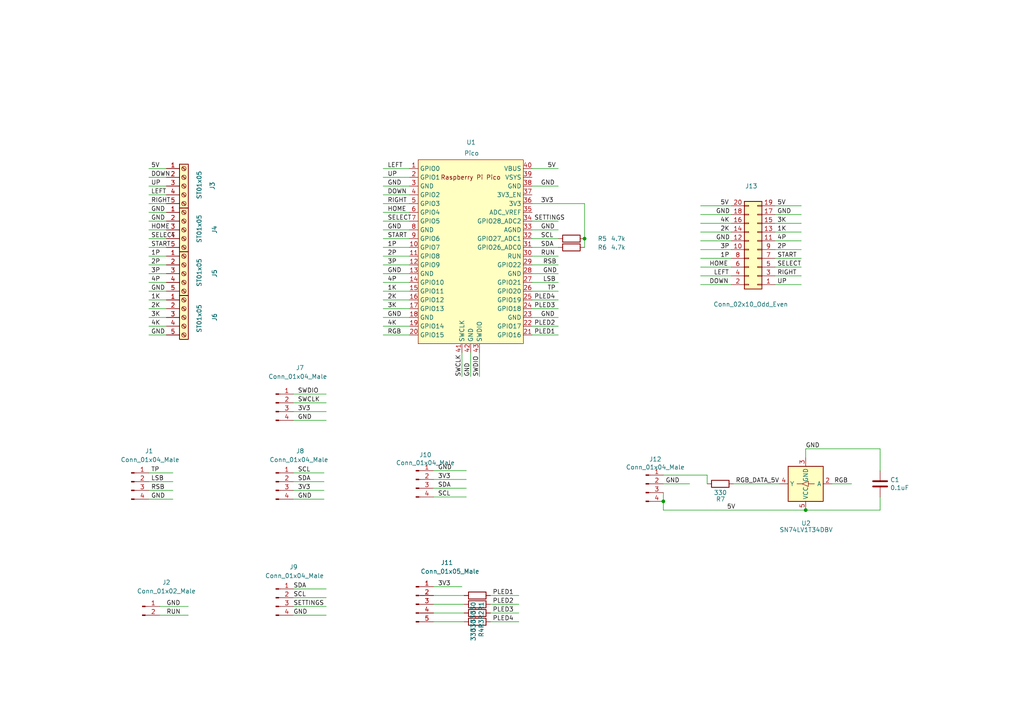
<source format=kicad_sch>
(kicad_sch (version 20211123) (generator eeschema)

  (uuid 9538e4ed-27e6-4c37-b989-9859dc0d49e8)

  (paper "A4")

  (lib_symbols
    (symbol "Connector:Conn_01x02_Male" (pin_names (offset 1.016) hide) (in_bom yes) (on_board yes)
      (property "Reference" "J" (id 0) (at 0 2.54 0)
        (effects (font (size 1.27 1.27)))
      )
      (property "Value" "Conn_01x02_Male" (id 1) (at 0 -5.08 0)
        (effects (font (size 1.27 1.27)))
      )
      (property "Footprint" "" (id 2) (at 0 0 0)
        (effects (font (size 1.27 1.27)) hide)
      )
      (property "Datasheet" "~" (id 3) (at 0 0 0)
        (effects (font (size 1.27 1.27)) hide)
      )
      (property "ki_keywords" "connector" (id 4) (at 0 0 0)
        (effects (font (size 1.27 1.27)) hide)
      )
      (property "ki_description" "Generic connector, single row, 01x02, script generated (kicad-library-utils/schlib/autogen/connector/)" (id 5) (at 0 0 0)
        (effects (font (size 1.27 1.27)) hide)
      )
      (property "ki_fp_filters" "Connector*:*_1x??_*" (id 6) (at 0 0 0)
        (effects (font (size 1.27 1.27)) hide)
      )
      (symbol "Conn_01x02_Male_1_1"
        (polyline
          (pts
            (xy 1.27 -2.54)
            (xy 0.8636 -2.54)
          )
          (stroke (width 0.1524) (type default) (color 0 0 0 0))
          (fill (type none))
        )
        (polyline
          (pts
            (xy 1.27 0)
            (xy 0.8636 0)
          )
          (stroke (width 0.1524) (type default) (color 0 0 0 0))
          (fill (type none))
        )
        (rectangle (start 0.8636 -2.413) (end 0 -2.667)
          (stroke (width 0.1524) (type default) (color 0 0 0 0))
          (fill (type outline))
        )
        (rectangle (start 0.8636 0.127) (end 0 -0.127)
          (stroke (width 0.1524) (type default) (color 0 0 0 0))
          (fill (type outline))
        )
        (pin passive line (at 5.08 0 180) (length 3.81)
          (name "Pin_1" (effects (font (size 1.27 1.27))))
          (number "1" (effects (font (size 1.27 1.27))))
        )
        (pin passive line (at 5.08 -2.54 180) (length 3.81)
          (name "Pin_2" (effects (font (size 1.27 1.27))))
          (number "2" (effects (font (size 1.27 1.27))))
        )
      )
    )
    (symbol "Connector:Conn_01x04_Male" (pin_names (offset 1.016) hide) (in_bom yes) (on_board yes)
      (property "Reference" "J" (id 0) (at 0 5.08 0)
        (effects (font (size 1.27 1.27)))
      )
      (property "Value" "Conn_01x04_Male" (id 1) (at 0 -7.62 0)
        (effects (font (size 1.27 1.27)))
      )
      (property "Footprint" "" (id 2) (at 0 0 0)
        (effects (font (size 1.27 1.27)) hide)
      )
      (property "Datasheet" "~" (id 3) (at 0 0 0)
        (effects (font (size 1.27 1.27)) hide)
      )
      (property "ki_keywords" "connector" (id 4) (at 0 0 0)
        (effects (font (size 1.27 1.27)) hide)
      )
      (property "ki_description" "Generic connector, single row, 01x04, script generated (kicad-library-utils/schlib/autogen/connector/)" (id 5) (at 0 0 0)
        (effects (font (size 1.27 1.27)) hide)
      )
      (property "ki_fp_filters" "Connector*:*_1x??_*" (id 6) (at 0 0 0)
        (effects (font (size 1.27 1.27)) hide)
      )
      (symbol "Conn_01x04_Male_1_1"
        (polyline
          (pts
            (xy 1.27 -5.08)
            (xy 0.8636 -5.08)
          )
          (stroke (width 0.1524) (type default) (color 0 0 0 0))
          (fill (type none))
        )
        (polyline
          (pts
            (xy 1.27 -2.54)
            (xy 0.8636 -2.54)
          )
          (stroke (width 0.1524) (type default) (color 0 0 0 0))
          (fill (type none))
        )
        (polyline
          (pts
            (xy 1.27 0)
            (xy 0.8636 0)
          )
          (stroke (width 0.1524) (type default) (color 0 0 0 0))
          (fill (type none))
        )
        (polyline
          (pts
            (xy 1.27 2.54)
            (xy 0.8636 2.54)
          )
          (stroke (width 0.1524) (type default) (color 0 0 0 0))
          (fill (type none))
        )
        (rectangle (start 0.8636 -4.953) (end 0 -5.207)
          (stroke (width 0.1524) (type default) (color 0 0 0 0))
          (fill (type outline))
        )
        (rectangle (start 0.8636 -2.413) (end 0 -2.667)
          (stroke (width 0.1524) (type default) (color 0 0 0 0))
          (fill (type outline))
        )
        (rectangle (start 0.8636 0.127) (end 0 -0.127)
          (stroke (width 0.1524) (type default) (color 0 0 0 0))
          (fill (type outline))
        )
        (rectangle (start 0.8636 2.667) (end 0 2.413)
          (stroke (width 0.1524) (type default) (color 0 0 0 0))
          (fill (type outline))
        )
        (pin passive line (at 5.08 2.54 180) (length 3.81)
          (name "Pin_1" (effects (font (size 1.27 1.27))))
          (number "1" (effects (font (size 1.27 1.27))))
        )
        (pin passive line (at 5.08 0 180) (length 3.81)
          (name "Pin_2" (effects (font (size 1.27 1.27))))
          (number "2" (effects (font (size 1.27 1.27))))
        )
        (pin passive line (at 5.08 -2.54 180) (length 3.81)
          (name "Pin_3" (effects (font (size 1.27 1.27))))
          (number "3" (effects (font (size 1.27 1.27))))
        )
        (pin passive line (at 5.08 -5.08 180) (length 3.81)
          (name "Pin_4" (effects (font (size 1.27 1.27))))
          (number "4" (effects (font (size 1.27 1.27))))
        )
      )
    )
    (symbol "Connector:Conn_01x05_Male" (pin_names (offset 1.016) hide) (in_bom yes) (on_board yes)
      (property "Reference" "J" (id 0) (at 0 7.62 0)
        (effects (font (size 1.27 1.27)))
      )
      (property "Value" "Conn_01x05_Male" (id 1) (at 0 -7.62 0)
        (effects (font (size 1.27 1.27)))
      )
      (property "Footprint" "" (id 2) (at 0 0 0)
        (effects (font (size 1.27 1.27)) hide)
      )
      (property "Datasheet" "~" (id 3) (at 0 0 0)
        (effects (font (size 1.27 1.27)) hide)
      )
      (property "ki_keywords" "connector" (id 4) (at 0 0 0)
        (effects (font (size 1.27 1.27)) hide)
      )
      (property "ki_description" "Generic connector, single row, 01x05, script generated (kicad-library-utils/schlib/autogen/connector/)" (id 5) (at 0 0 0)
        (effects (font (size 1.27 1.27)) hide)
      )
      (property "ki_fp_filters" "Connector*:*_1x??_*" (id 6) (at 0 0 0)
        (effects (font (size 1.27 1.27)) hide)
      )
      (symbol "Conn_01x05_Male_1_1"
        (polyline
          (pts
            (xy 1.27 -5.08)
            (xy 0.8636 -5.08)
          )
          (stroke (width 0.1524) (type default) (color 0 0 0 0))
          (fill (type none))
        )
        (polyline
          (pts
            (xy 1.27 -2.54)
            (xy 0.8636 -2.54)
          )
          (stroke (width 0.1524) (type default) (color 0 0 0 0))
          (fill (type none))
        )
        (polyline
          (pts
            (xy 1.27 0)
            (xy 0.8636 0)
          )
          (stroke (width 0.1524) (type default) (color 0 0 0 0))
          (fill (type none))
        )
        (polyline
          (pts
            (xy 1.27 2.54)
            (xy 0.8636 2.54)
          )
          (stroke (width 0.1524) (type default) (color 0 0 0 0))
          (fill (type none))
        )
        (polyline
          (pts
            (xy 1.27 5.08)
            (xy 0.8636 5.08)
          )
          (stroke (width 0.1524) (type default) (color 0 0 0 0))
          (fill (type none))
        )
        (rectangle (start 0.8636 -4.953) (end 0 -5.207)
          (stroke (width 0.1524) (type default) (color 0 0 0 0))
          (fill (type outline))
        )
        (rectangle (start 0.8636 -2.413) (end 0 -2.667)
          (stroke (width 0.1524) (type default) (color 0 0 0 0))
          (fill (type outline))
        )
        (rectangle (start 0.8636 0.127) (end 0 -0.127)
          (stroke (width 0.1524) (type default) (color 0 0 0 0))
          (fill (type outline))
        )
        (rectangle (start 0.8636 2.667) (end 0 2.413)
          (stroke (width 0.1524) (type default) (color 0 0 0 0))
          (fill (type outline))
        )
        (rectangle (start 0.8636 5.207) (end 0 4.953)
          (stroke (width 0.1524) (type default) (color 0 0 0 0))
          (fill (type outline))
        )
        (pin passive line (at 5.08 5.08 180) (length 3.81)
          (name "Pin_1" (effects (font (size 1.27 1.27))))
          (number "1" (effects (font (size 1.27 1.27))))
        )
        (pin passive line (at 5.08 2.54 180) (length 3.81)
          (name "Pin_2" (effects (font (size 1.27 1.27))))
          (number "2" (effects (font (size 1.27 1.27))))
        )
        (pin passive line (at 5.08 0 180) (length 3.81)
          (name "Pin_3" (effects (font (size 1.27 1.27))))
          (number "3" (effects (font (size 1.27 1.27))))
        )
        (pin passive line (at 5.08 -2.54 180) (length 3.81)
          (name "Pin_4" (effects (font (size 1.27 1.27))))
          (number "4" (effects (font (size 1.27 1.27))))
        )
        (pin passive line (at 5.08 -5.08 180) (length 3.81)
          (name "Pin_5" (effects (font (size 1.27 1.27))))
          (number "5" (effects (font (size 1.27 1.27))))
        )
      )
    )
    (symbol "Connector:Screw_Terminal_01x05" (pin_names (offset 1.016) hide) (in_bom yes) (on_board yes)
      (property "Reference" "J" (id 0) (at 0 7.62 0)
        (effects (font (size 1.27 1.27)))
      )
      (property "Value" "Screw_Terminal_01x05" (id 1) (at 0 -7.62 0)
        (effects (font (size 1.27 1.27)))
      )
      (property "Footprint" "" (id 2) (at 0 0 0)
        (effects (font (size 1.27 1.27)) hide)
      )
      (property "Datasheet" "~" (id 3) (at 0 0 0)
        (effects (font (size 1.27 1.27)) hide)
      )
      (property "ki_keywords" "screw terminal" (id 4) (at 0 0 0)
        (effects (font (size 1.27 1.27)) hide)
      )
      (property "ki_description" "Generic screw terminal, single row, 01x05, script generated (kicad-library-utils/schlib/autogen/connector/)" (id 5) (at 0 0 0)
        (effects (font (size 1.27 1.27)) hide)
      )
      (property "ki_fp_filters" "TerminalBlock*:*" (id 6) (at 0 0 0)
        (effects (font (size 1.27 1.27)) hide)
      )
      (symbol "Screw_Terminal_01x05_1_1"
        (rectangle (start -1.27 6.35) (end 1.27 -6.35)
          (stroke (width 0.254) (type default) (color 0 0 0 0))
          (fill (type background))
        )
        (circle (center 0 -5.08) (radius 0.635)
          (stroke (width 0.1524) (type default) (color 0 0 0 0))
          (fill (type none))
        )
        (circle (center 0 -2.54) (radius 0.635)
          (stroke (width 0.1524) (type default) (color 0 0 0 0))
          (fill (type none))
        )
        (polyline
          (pts
            (xy -0.5334 -4.7498)
            (xy 0.3302 -5.588)
          )
          (stroke (width 0.1524) (type default) (color 0 0 0 0))
          (fill (type none))
        )
        (polyline
          (pts
            (xy -0.5334 -2.2098)
            (xy 0.3302 -3.048)
          )
          (stroke (width 0.1524) (type default) (color 0 0 0 0))
          (fill (type none))
        )
        (polyline
          (pts
            (xy -0.5334 0.3302)
            (xy 0.3302 -0.508)
          )
          (stroke (width 0.1524) (type default) (color 0 0 0 0))
          (fill (type none))
        )
        (polyline
          (pts
            (xy -0.5334 2.8702)
            (xy 0.3302 2.032)
          )
          (stroke (width 0.1524) (type default) (color 0 0 0 0))
          (fill (type none))
        )
        (polyline
          (pts
            (xy -0.5334 5.4102)
            (xy 0.3302 4.572)
          )
          (stroke (width 0.1524) (type default) (color 0 0 0 0))
          (fill (type none))
        )
        (polyline
          (pts
            (xy -0.3556 -4.572)
            (xy 0.508 -5.4102)
          )
          (stroke (width 0.1524) (type default) (color 0 0 0 0))
          (fill (type none))
        )
        (polyline
          (pts
            (xy -0.3556 -2.032)
            (xy 0.508 -2.8702)
          )
          (stroke (width 0.1524) (type default) (color 0 0 0 0))
          (fill (type none))
        )
        (polyline
          (pts
            (xy -0.3556 0.508)
            (xy 0.508 -0.3302)
          )
          (stroke (width 0.1524) (type default) (color 0 0 0 0))
          (fill (type none))
        )
        (polyline
          (pts
            (xy -0.3556 3.048)
            (xy 0.508 2.2098)
          )
          (stroke (width 0.1524) (type default) (color 0 0 0 0))
          (fill (type none))
        )
        (polyline
          (pts
            (xy -0.3556 5.588)
            (xy 0.508 4.7498)
          )
          (stroke (width 0.1524) (type default) (color 0 0 0 0))
          (fill (type none))
        )
        (circle (center 0 0) (radius 0.635)
          (stroke (width 0.1524) (type default) (color 0 0 0 0))
          (fill (type none))
        )
        (circle (center 0 2.54) (radius 0.635)
          (stroke (width 0.1524) (type default) (color 0 0 0 0))
          (fill (type none))
        )
        (circle (center 0 5.08) (radius 0.635)
          (stroke (width 0.1524) (type default) (color 0 0 0 0))
          (fill (type none))
        )
        (pin passive line (at -5.08 5.08 0) (length 3.81)
          (name "Pin_1" (effects (font (size 1.27 1.27))))
          (number "1" (effects (font (size 1.27 1.27))))
        )
        (pin passive line (at -5.08 2.54 0) (length 3.81)
          (name "Pin_2" (effects (font (size 1.27 1.27))))
          (number "2" (effects (font (size 1.27 1.27))))
        )
        (pin passive line (at -5.08 0 0) (length 3.81)
          (name "Pin_3" (effects (font (size 1.27 1.27))))
          (number "3" (effects (font (size 1.27 1.27))))
        )
        (pin passive line (at -5.08 -2.54 0) (length 3.81)
          (name "Pin_4" (effects (font (size 1.27 1.27))))
          (number "4" (effects (font (size 1.27 1.27))))
        )
        (pin passive line (at -5.08 -5.08 0) (length 3.81)
          (name "Pin_5" (effects (font (size 1.27 1.27))))
          (number "5" (effects (font (size 1.27 1.27))))
        )
      )
    )
    (symbol "Connector_Generic:Conn_02x10_Odd_Even" (pin_names (offset 1.016) hide) (in_bom yes) (on_board yes)
      (property "Reference" "J" (id 0) (at 1.27 12.7 0)
        (effects (font (size 1.27 1.27)))
      )
      (property "Value" "Conn_02x10_Odd_Even" (id 1) (at 1.27 -15.24 0)
        (effects (font (size 1.27 1.27)))
      )
      (property "Footprint" "" (id 2) (at 0 0 0)
        (effects (font (size 1.27 1.27)) hide)
      )
      (property "Datasheet" "~" (id 3) (at 0 0 0)
        (effects (font (size 1.27 1.27)) hide)
      )
      (property "ki_keywords" "connector" (id 4) (at 0 0 0)
        (effects (font (size 1.27 1.27)) hide)
      )
      (property "ki_description" "Generic connector, double row, 02x10, odd/even pin numbering scheme (row 1 odd numbers, row 2 even numbers), script generated (kicad-library-utils/schlib/autogen/connector/)" (id 5) (at 0 0 0)
        (effects (font (size 1.27 1.27)) hide)
      )
      (property "ki_fp_filters" "Connector*:*_2x??_*" (id 6) (at 0 0 0)
        (effects (font (size 1.27 1.27)) hide)
      )
      (symbol "Conn_02x10_Odd_Even_1_1"
        (rectangle (start -1.27 -12.573) (end 0 -12.827)
          (stroke (width 0.1524) (type default) (color 0 0 0 0))
          (fill (type none))
        )
        (rectangle (start -1.27 -10.033) (end 0 -10.287)
          (stroke (width 0.1524) (type default) (color 0 0 0 0))
          (fill (type none))
        )
        (rectangle (start -1.27 -7.493) (end 0 -7.747)
          (stroke (width 0.1524) (type default) (color 0 0 0 0))
          (fill (type none))
        )
        (rectangle (start -1.27 -4.953) (end 0 -5.207)
          (stroke (width 0.1524) (type default) (color 0 0 0 0))
          (fill (type none))
        )
        (rectangle (start -1.27 -2.413) (end 0 -2.667)
          (stroke (width 0.1524) (type default) (color 0 0 0 0))
          (fill (type none))
        )
        (rectangle (start -1.27 0.127) (end 0 -0.127)
          (stroke (width 0.1524) (type default) (color 0 0 0 0))
          (fill (type none))
        )
        (rectangle (start -1.27 2.667) (end 0 2.413)
          (stroke (width 0.1524) (type default) (color 0 0 0 0))
          (fill (type none))
        )
        (rectangle (start -1.27 5.207) (end 0 4.953)
          (stroke (width 0.1524) (type default) (color 0 0 0 0))
          (fill (type none))
        )
        (rectangle (start -1.27 7.747) (end 0 7.493)
          (stroke (width 0.1524) (type default) (color 0 0 0 0))
          (fill (type none))
        )
        (rectangle (start -1.27 10.287) (end 0 10.033)
          (stroke (width 0.1524) (type default) (color 0 0 0 0))
          (fill (type none))
        )
        (rectangle (start -1.27 11.43) (end 3.81 -13.97)
          (stroke (width 0.254) (type default) (color 0 0 0 0))
          (fill (type background))
        )
        (rectangle (start 3.81 -12.573) (end 2.54 -12.827)
          (stroke (width 0.1524) (type default) (color 0 0 0 0))
          (fill (type none))
        )
        (rectangle (start 3.81 -10.033) (end 2.54 -10.287)
          (stroke (width 0.1524) (type default) (color 0 0 0 0))
          (fill (type none))
        )
        (rectangle (start 3.81 -7.493) (end 2.54 -7.747)
          (stroke (width 0.1524) (type default) (color 0 0 0 0))
          (fill (type none))
        )
        (rectangle (start 3.81 -4.953) (end 2.54 -5.207)
          (stroke (width 0.1524) (type default) (color 0 0 0 0))
          (fill (type none))
        )
        (rectangle (start 3.81 -2.413) (end 2.54 -2.667)
          (stroke (width 0.1524) (type default) (color 0 0 0 0))
          (fill (type none))
        )
        (rectangle (start 3.81 0.127) (end 2.54 -0.127)
          (stroke (width 0.1524) (type default) (color 0 0 0 0))
          (fill (type none))
        )
        (rectangle (start 3.81 2.667) (end 2.54 2.413)
          (stroke (width 0.1524) (type default) (color 0 0 0 0))
          (fill (type none))
        )
        (rectangle (start 3.81 5.207) (end 2.54 4.953)
          (stroke (width 0.1524) (type default) (color 0 0 0 0))
          (fill (type none))
        )
        (rectangle (start 3.81 7.747) (end 2.54 7.493)
          (stroke (width 0.1524) (type default) (color 0 0 0 0))
          (fill (type none))
        )
        (rectangle (start 3.81 10.287) (end 2.54 10.033)
          (stroke (width 0.1524) (type default) (color 0 0 0 0))
          (fill (type none))
        )
        (pin passive line (at -5.08 10.16 0) (length 3.81)
          (name "Pin_1" (effects (font (size 1.27 1.27))))
          (number "1" (effects (font (size 1.27 1.27))))
        )
        (pin passive line (at 7.62 0 180) (length 3.81)
          (name "Pin_10" (effects (font (size 1.27 1.27))))
          (number "10" (effects (font (size 1.27 1.27))))
        )
        (pin passive line (at -5.08 -2.54 0) (length 3.81)
          (name "Pin_11" (effects (font (size 1.27 1.27))))
          (number "11" (effects (font (size 1.27 1.27))))
        )
        (pin passive line (at 7.62 -2.54 180) (length 3.81)
          (name "Pin_12" (effects (font (size 1.27 1.27))))
          (number "12" (effects (font (size 1.27 1.27))))
        )
        (pin passive line (at -5.08 -5.08 0) (length 3.81)
          (name "Pin_13" (effects (font (size 1.27 1.27))))
          (number "13" (effects (font (size 1.27 1.27))))
        )
        (pin passive line (at 7.62 -5.08 180) (length 3.81)
          (name "Pin_14" (effects (font (size 1.27 1.27))))
          (number "14" (effects (font (size 1.27 1.27))))
        )
        (pin passive line (at -5.08 -7.62 0) (length 3.81)
          (name "Pin_15" (effects (font (size 1.27 1.27))))
          (number "15" (effects (font (size 1.27 1.27))))
        )
        (pin passive line (at 7.62 -7.62 180) (length 3.81)
          (name "Pin_16" (effects (font (size 1.27 1.27))))
          (number "16" (effects (font (size 1.27 1.27))))
        )
        (pin passive line (at -5.08 -10.16 0) (length 3.81)
          (name "Pin_17" (effects (font (size 1.27 1.27))))
          (number "17" (effects (font (size 1.27 1.27))))
        )
        (pin passive line (at 7.62 -10.16 180) (length 3.81)
          (name "Pin_18" (effects (font (size 1.27 1.27))))
          (number "18" (effects (font (size 1.27 1.27))))
        )
        (pin passive line (at -5.08 -12.7 0) (length 3.81)
          (name "Pin_19" (effects (font (size 1.27 1.27))))
          (number "19" (effects (font (size 1.27 1.27))))
        )
        (pin passive line (at 7.62 10.16 180) (length 3.81)
          (name "Pin_2" (effects (font (size 1.27 1.27))))
          (number "2" (effects (font (size 1.27 1.27))))
        )
        (pin passive line (at 7.62 -12.7 180) (length 3.81)
          (name "Pin_20" (effects (font (size 1.27 1.27))))
          (number "20" (effects (font (size 1.27 1.27))))
        )
        (pin passive line (at -5.08 7.62 0) (length 3.81)
          (name "Pin_3" (effects (font (size 1.27 1.27))))
          (number "3" (effects (font (size 1.27 1.27))))
        )
        (pin passive line (at 7.62 7.62 180) (length 3.81)
          (name "Pin_4" (effects (font (size 1.27 1.27))))
          (number "4" (effects (font (size 1.27 1.27))))
        )
        (pin passive line (at -5.08 5.08 0) (length 3.81)
          (name "Pin_5" (effects (font (size 1.27 1.27))))
          (number "5" (effects (font (size 1.27 1.27))))
        )
        (pin passive line (at 7.62 5.08 180) (length 3.81)
          (name "Pin_6" (effects (font (size 1.27 1.27))))
          (number "6" (effects (font (size 1.27 1.27))))
        )
        (pin passive line (at -5.08 2.54 0) (length 3.81)
          (name "Pin_7" (effects (font (size 1.27 1.27))))
          (number "7" (effects (font (size 1.27 1.27))))
        )
        (pin passive line (at 7.62 2.54 180) (length 3.81)
          (name "Pin_8" (effects (font (size 1.27 1.27))))
          (number "8" (effects (font (size 1.27 1.27))))
        )
        (pin passive line (at -5.08 0 0) (length 3.81)
          (name "Pin_9" (effects (font (size 1.27 1.27))))
          (number "9" (effects (font (size 1.27 1.27))))
        )
      )
    )
    (symbol "Device:C" (pin_numbers hide) (pin_names (offset 0.254)) (in_bom yes) (on_board yes)
      (property "Reference" "C" (id 0) (at 0.635 2.54 0)
        (effects (font (size 1.27 1.27)) (justify left))
      )
      (property "Value" "C" (id 1) (at 0.635 -2.54 0)
        (effects (font (size 1.27 1.27)) (justify left))
      )
      (property "Footprint" "" (id 2) (at 0.9652 -3.81 0)
        (effects (font (size 1.27 1.27)) hide)
      )
      (property "Datasheet" "~" (id 3) (at 0 0 0)
        (effects (font (size 1.27 1.27)) hide)
      )
      (property "ki_keywords" "cap capacitor" (id 4) (at 0 0 0)
        (effects (font (size 1.27 1.27)) hide)
      )
      (property "ki_description" "Unpolarized capacitor" (id 5) (at 0 0 0)
        (effects (font (size 1.27 1.27)) hide)
      )
      (property "ki_fp_filters" "C_*" (id 6) (at 0 0 0)
        (effects (font (size 1.27 1.27)) hide)
      )
      (symbol "C_0_1"
        (polyline
          (pts
            (xy -2.032 -0.762)
            (xy 2.032 -0.762)
          )
          (stroke (width 0.508) (type default) (color 0 0 0 0))
          (fill (type none))
        )
        (polyline
          (pts
            (xy -2.032 0.762)
            (xy 2.032 0.762)
          )
          (stroke (width 0.508) (type default) (color 0 0 0 0))
          (fill (type none))
        )
      )
      (symbol "C_1_1"
        (pin passive line (at 0 3.81 270) (length 2.794)
          (name "~" (effects (font (size 1.27 1.27))))
          (number "1" (effects (font (size 1.27 1.27))))
        )
        (pin passive line (at 0 -3.81 90) (length 2.794)
          (name "~" (effects (font (size 1.27 1.27))))
          (number "2" (effects (font (size 1.27 1.27))))
        )
      )
    )
    (symbol "Device:R" (pin_numbers hide) (pin_names (offset 0)) (in_bom yes) (on_board yes)
      (property "Reference" "R" (id 0) (at 2.032 0 90)
        (effects (font (size 1.27 1.27)))
      )
      (property "Value" "R" (id 1) (at 0 0 90)
        (effects (font (size 1.27 1.27)))
      )
      (property "Footprint" "" (id 2) (at -1.778 0 90)
        (effects (font (size 1.27 1.27)) hide)
      )
      (property "Datasheet" "~" (id 3) (at 0 0 0)
        (effects (font (size 1.27 1.27)) hide)
      )
      (property "ki_keywords" "R res resistor" (id 4) (at 0 0 0)
        (effects (font (size 1.27 1.27)) hide)
      )
      (property "ki_description" "Resistor" (id 5) (at 0 0 0)
        (effects (font (size 1.27 1.27)) hide)
      )
      (property "ki_fp_filters" "R_*" (id 6) (at 0 0 0)
        (effects (font (size 1.27 1.27)) hide)
      )
      (symbol "R_0_1"
        (rectangle (start -1.016 -2.54) (end 1.016 2.54)
          (stroke (width 0.254) (type default) (color 0 0 0 0))
          (fill (type none))
        )
      )
      (symbol "R_1_1"
        (pin passive line (at 0 3.81 270) (length 1.27)
          (name "~" (effects (font (size 1.27 1.27))))
          (number "1" (effects (font (size 1.27 1.27))))
        )
        (pin passive line (at 0 -3.81 90) (length 1.27)
          (name "~" (effects (font (size 1.27 1.27))))
          (number "2" (effects (font (size 1.27 1.27))))
        )
      )
    )
    (symbol "Logic_LevelTranslator:SN74LV1T34DBV" (in_bom yes) (on_board yes)
      (property "Reference" "U" (id 0) (at 5.08 6.35 0)
        (effects (font (size 1.27 1.27)) (justify left))
      )
      (property "Value" "SN74LV1T34DBV" (id 1) (at 5.08 3.81 0)
        (effects (font (size 1.27 1.27)) (justify left))
      )
      (property "Footprint" "Package_TO_SOT_SMD:SOT-23-5" (id 2) (at 16.51 -6.35 0)
        (effects (font (size 1.27 1.27)) hide)
      )
      (property "Datasheet" "https://www.ti.com/lit/ds/symlink/sn74lv1t34.pdf" (id 3) (at -10.16 -5.08 0)
        (effects (font (size 1.27 1.27)) hide)
      )
      (property "ki_keywords" "single buffer level shift" (id 4) (at 0 0 0)
        (effects (font (size 1.27 1.27)) hide)
      )
      (property "ki_description" "Single Power Supply, Single Buffer GATE, CMOS Logic, Level Shifter, SOT-23-5" (id 5) (at 0 0 0)
        (effects (font (size 1.27 1.27)) hide)
      )
      (property "ki_fp_filters" "SOT?23*" (id 6) (at 0 0 0)
        (effects (font (size 1.27 1.27)) hide)
      )
      (symbol "SN74LV1T34DBV_0_1"
        (rectangle (start -5.08 5.08) (end 5.08 -5.08)
          (stroke (width 0.254) (type default) (color 0 0 0 0))
          (fill (type background))
        )
        (polyline
          (pts
            (xy -0.762 0)
            (xy -2.54 0)
          )
          (stroke (width 0) (type default) (color 0 0 0 0))
          (fill (type none))
        )
        (polyline
          (pts
            (xy 1.016 0)
            (xy 2.54 0)
          )
          (stroke (width 0) (type default) (color 0 0 0 0))
          (fill (type none))
        )
      )
      (symbol "SN74LV1T34DBV_1_1"
        (polyline
          (pts
            (xy -0.762 -0.762)
            (xy -0.762 0.762)
            (xy 1.016 0)
            (xy -0.762 -0.762)
          )
          (stroke (width 0) (type default) (color 0 0 0 0))
          (fill (type none))
        )
        (pin no_connect line (at -5.08 2.54 0) (length 2.54) hide
          (name "NC" (effects (font (size 1.27 1.27))))
          (number "1" (effects (font (size 1.27 1.27))))
        )
        (pin input line (at -7.62 0 0) (length 2.54)
          (name "A" (effects (font (size 1.27 1.27))))
          (number "2" (effects (font (size 1.27 1.27))))
        )
        (pin power_in line (at 0 -7.62 90) (length 2.54)
          (name "GND" (effects (font (size 1.27 1.27))))
          (number "3" (effects (font (size 1.27 1.27))))
        )
        (pin output line (at 7.62 0 180) (length 2.54)
          (name "Y" (effects (font (size 1.27 1.27))))
          (number "4" (effects (font (size 1.27 1.27))))
        )
        (pin power_in line (at 0 7.62 270) (length 2.54)
          (name "VCC" (effects (font (size 1.27 1.27))))
          (number "5" (effects (font (size 1.27 1.27))))
        )
      )
    )
    (symbol "MCU_RaspberryPi_and_Boards:Pico" (in_bom yes) (on_board yes)
      (property "Reference" "U1" (id 0) (at -1.27 31.75 0)
        (effects (font (size 1.27 1.27)) (justify left))
      )
      (property "Value" "Pico" (id 1) (at -1.905 28.575 0)
        (effects (font (size 1.27 1.27)) (justify left))
      )
      (property "Footprint" "MCU_RaspberryPi_and_Boards:RPi_Pico_SMD_TH_Clean" (id 2) (at 0 0 90)
        (effects (font (size 1.27 1.27)) hide)
      )
      (property "Datasheet" "" (id 3) (at 0 0 0)
        (effects (font (size 1.27 1.27)) hide)
      )
      (symbol "Pico_0_0"
        (text "Raspberry Pi Pico" (at 0 21.59 0)
          (effects (font (size 1.27 1.27)))
        )
      )
      (symbol "Pico_0_1"
        (rectangle (start -15.24 26.67) (end 15.24 -26.67)
          (stroke (width 0) (type default) (color 0 0 0 0))
          (fill (type background))
        )
      )
      (symbol "Pico_1_1"
        (pin bidirectional line (at -17.78 24.13 0) (length 2.54)
          (name "GPIO0" (effects (font (size 1.27 1.27))))
          (number "1" (effects (font (size 1.27 1.27))))
        )
        (pin bidirectional line (at -17.78 1.27 0) (length 2.54)
          (name "GPIO7" (effects (font (size 1.27 1.27))))
          (number "10" (effects (font (size 1.27 1.27))))
        )
        (pin bidirectional line (at -17.78 -1.27 0) (length 2.54)
          (name "GPIO8" (effects (font (size 1.27 1.27))))
          (number "11" (effects (font (size 1.27 1.27))))
        )
        (pin bidirectional line (at -17.78 -3.81 0) (length 2.54)
          (name "GPIO9" (effects (font (size 1.27 1.27))))
          (number "12" (effects (font (size 1.27 1.27))))
        )
        (pin bidirectional line (at -17.78 -6.35 0) (length 2.54)
          (name "GND" (effects (font (size 1.27 1.27))))
          (number "13" (effects (font (size 1.27 1.27))))
        )
        (pin bidirectional line (at -17.78 -8.89 0) (length 2.54)
          (name "GPIO10" (effects (font (size 1.27 1.27))))
          (number "14" (effects (font (size 1.27 1.27))))
        )
        (pin bidirectional line (at -17.78 -11.43 0) (length 2.54)
          (name "GPIO11" (effects (font (size 1.27 1.27))))
          (number "15" (effects (font (size 1.27 1.27))))
        )
        (pin bidirectional line (at -17.78 -13.97 0) (length 2.54)
          (name "GPIO12" (effects (font (size 1.27 1.27))))
          (number "16" (effects (font (size 1.27 1.27))))
        )
        (pin bidirectional line (at -17.78 -16.51 0) (length 2.54)
          (name "GPIO13" (effects (font (size 1.27 1.27))))
          (number "17" (effects (font (size 1.27 1.27))))
        )
        (pin bidirectional line (at -17.78 -19.05 0) (length 2.54)
          (name "GND" (effects (font (size 1.27 1.27))))
          (number "18" (effects (font (size 1.27 1.27))))
        )
        (pin bidirectional line (at -17.78 -21.59 0) (length 2.54)
          (name "GPIO14" (effects (font (size 1.27 1.27))))
          (number "19" (effects (font (size 1.27 1.27))))
        )
        (pin bidirectional line (at -17.78 21.59 0) (length 2.54)
          (name "GPIO1" (effects (font (size 1.27 1.27))))
          (number "2" (effects (font (size 1.27 1.27))))
        )
        (pin bidirectional line (at -17.78 -24.13 0) (length 2.54)
          (name "GPIO15" (effects (font (size 1.27 1.27))))
          (number "20" (effects (font (size 1.27 1.27))))
        )
        (pin bidirectional line (at 17.78 -24.13 180) (length 2.54)
          (name "GPIO16" (effects (font (size 1.27 1.27))))
          (number "21" (effects (font (size 1.27 1.27))))
        )
        (pin bidirectional line (at 17.78 -21.59 180) (length 2.54)
          (name "GPIO17" (effects (font (size 1.27 1.27))))
          (number "22" (effects (font (size 1.27 1.27))))
        )
        (pin bidirectional line (at 17.78 -19.05 180) (length 2.54)
          (name "GND" (effects (font (size 1.27 1.27))))
          (number "23" (effects (font (size 1.27 1.27))))
        )
        (pin bidirectional line (at 17.78 -16.51 180) (length 2.54)
          (name "GPIO18" (effects (font (size 1.27 1.27))))
          (number "24" (effects (font (size 1.27 1.27))))
        )
        (pin bidirectional line (at 17.78 -13.97 180) (length 2.54)
          (name "GPIO19" (effects (font (size 1.27 1.27))))
          (number "25" (effects (font (size 1.27 1.27))))
        )
        (pin bidirectional line (at 17.78 -11.43 180) (length 2.54)
          (name "GPIO20" (effects (font (size 1.27 1.27))))
          (number "26" (effects (font (size 1.27 1.27))))
        )
        (pin bidirectional line (at 17.78 -8.89 180) (length 2.54)
          (name "GPIO21" (effects (font (size 1.27 1.27))))
          (number "27" (effects (font (size 1.27 1.27))))
        )
        (pin bidirectional line (at 17.78 -6.35 180) (length 2.54)
          (name "GND" (effects (font (size 1.27 1.27))))
          (number "28" (effects (font (size 1.27 1.27))))
        )
        (pin bidirectional line (at 17.78 -3.81 180) (length 2.54)
          (name "GPIO22" (effects (font (size 1.27 1.27))))
          (number "29" (effects (font (size 1.27 1.27))))
        )
        (pin power_out line (at -17.78 19.05 0) (length 2.54)
          (name "GND" (effects (font (size 1.27 1.27))))
          (number "3" (effects (font (size 1.27 1.27))))
        )
        (pin input line (at 17.78 -1.27 180) (length 2.54)
          (name "RUN" (effects (font (size 1.27 1.27))))
          (number "30" (effects (font (size 1.27 1.27))))
        )
        (pin bidirectional line (at 17.78 1.27 180) (length 2.54)
          (name "GPIO26_ADC0" (effects (font (size 1.27 1.27))))
          (number "31" (effects (font (size 1.27 1.27))))
        )
        (pin bidirectional line (at 17.78 3.81 180) (length 2.54)
          (name "GPIO27_ADC1" (effects (font (size 1.27 1.27))))
          (number "32" (effects (font (size 1.27 1.27))))
        )
        (pin bidirectional line (at 17.78 6.35 180) (length 2.54)
          (name "AGND" (effects (font (size 1.27 1.27))))
          (number "33" (effects (font (size 1.27 1.27))))
        )
        (pin bidirectional line (at 17.78 8.89 180) (length 2.54)
          (name "GPIO28_ADC2" (effects (font (size 1.27 1.27))))
          (number "34" (effects (font (size 1.27 1.27))))
        )
        (pin power_in line (at 17.78 11.43 180) (length 2.54)
          (name "ADC_VREF" (effects (font (size 1.27 1.27))))
          (number "35" (effects (font (size 1.27 1.27))))
        )
        (pin power_out line (at 17.78 13.97 180) (length 2.54)
          (name "3V3" (effects (font (size 1.27 1.27))))
          (number "36" (effects (font (size 1.27 1.27))))
        )
        (pin input line (at 17.78 16.51 180) (length 2.54)
          (name "3V3_EN" (effects (font (size 1.27 1.27))))
          (number "37" (effects (font (size 1.27 1.27))))
        )
        (pin bidirectional line (at 17.78 19.05 180) (length 2.54)
          (name "GND" (effects (font (size 1.27 1.27))))
          (number "38" (effects (font (size 1.27 1.27))))
        )
        (pin power_in line (at 17.78 21.59 180) (length 2.54)
          (name "VSYS" (effects (font (size 1.27 1.27))))
          (number "39" (effects (font (size 1.27 1.27))))
        )
        (pin bidirectional line (at -17.78 16.51 0) (length 2.54)
          (name "GPIO2" (effects (font (size 1.27 1.27))))
          (number "4" (effects (font (size 1.27 1.27))))
        )
        (pin power_out line (at 17.78 24.13 180) (length 2.54)
          (name "VBUS" (effects (font (size 1.27 1.27))))
          (number "40" (effects (font (size 1.27 1.27))))
        )
        (pin input line (at -2.54 -29.21 90) (length 2.54)
          (name "SWCLK" (effects (font (size 1.27 1.27))))
          (number "41" (effects (font (size 1.27 1.27))))
        )
        (pin bidirectional line (at 0 -29.21 90) (length 2.54)
          (name "GND" (effects (font (size 1.27 1.27))))
          (number "42" (effects (font (size 1.27 1.27))))
        )
        (pin bidirectional line (at 2.54 -29.21 90) (length 2.54)
          (name "SWDIO" (effects (font (size 1.27 1.27))))
          (number "43" (effects (font (size 1.27 1.27))))
        )
        (pin bidirectional line (at -17.78 13.97 0) (length 2.54)
          (name "GPIO3" (effects (font (size 1.27 1.27))))
          (number "5" (effects (font (size 1.27 1.27))))
        )
        (pin bidirectional line (at -17.78 11.43 0) (length 2.54)
          (name "GPIO4" (effects (font (size 1.27 1.27))))
          (number "6" (effects (font (size 1.27 1.27))))
        )
        (pin bidirectional line (at -17.78 8.89 0) (length 2.54)
          (name "GPIO5" (effects (font (size 1.27 1.27))))
          (number "7" (effects (font (size 1.27 1.27))))
        )
        (pin bidirectional line (at -17.78 6.35 0) (length 2.54)
          (name "GND" (effects (font (size 1.27 1.27))))
          (number "8" (effects (font (size 1.27 1.27))))
        )
        (pin bidirectional line (at -17.78 3.81 0) (length 2.54)
          (name "GPIO6" (effects (font (size 1.27 1.27))))
          (number "9" (effects (font (size 1.27 1.27))))
        )
      )
    )
  )


  (junction (at 233.68 147.955) (diameter 0) (color 0 0 0 0)
    (uuid 8dcf40e6-09a5-42e4-8b46-f4738540468d)
  )
  (junction (at 169.545 69.215) (diameter 0) (color 0 0 0 0)
    (uuid 9812a82a-67c8-4c7e-8eb9-2d5188d40486)
  )
  (junction (at 192.405 145.415) (diameter 0) (color 0 0 0 0)
    (uuid f0f3907b-44e3-4106-9f24-d8ce836b6bb0)
  )

  (wire (pts (xy 94.615 116.84) (xy 85.09 116.84))
    (stroke (width 0) (type default) (color 0 0 0 0))
    (uuid 059f4155-bed3-4fb2-9baa-d569f31b7e5d)
  )
  (wire (pts (xy 111.125 56.515) (xy 118.745 56.515))
    (stroke (width 0) (type default) (color 0 0 0 0))
    (uuid 0673bd15-bb27-42a3-b8dd-ff34de638161)
  )
  (wire (pts (xy 93.98 142.24) (xy 85.09 142.24))
    (stroke (width 0) (type default) (color 0 0 0 0))
    (uuid 06fb8a5e-69f3-44ca-bc88-4da9a1408625)
  )
  (wire (pts (xy 161.925 84.455) (xy 154.305 84.455))
    (stroke (width 0) (type default) (color 0 0 0 0))
    (uuid 0774b60f-e343-428b-9125-3ca983239ad5)
  )
  (wire (pts (xy 161.925 89.535) (xy 154.305 89.535))
    (stroke (width 0) (type default) (color 0 0 0 0))
    (uuid 0844b132-5386-469c-86ff-d527c8a00608)
  )
  (wire (pts (xy 169.545 59.055) (xy 169.545 69.215))
    (stroke (width 0) (type default) (color 0 0 0 0))
    (uuid 09741e1c-c412-4f50-b5b7-03d5820a1bad)
  )
  (wire (pts (xy 255.27 147.955) (xy 255.27 144.145))
    (stroke (width 0) (type default) (color 0 0 0 0))
    (uuid 0c345fc5-964b-48c0-9452-55507c868edc)
  )
  (wire (pts (xy 192.405 145.415) (xy 192.405 142.875))
    (stroke (width 0) (type default) (color 0 0 0 0))
    (uuid 0e1c6bbc-4cc4-4ce9-b48a-8292bb286da8)
  )
  (wire (pts (xy 232.41 67.31) (xy 224.79 67.31))
    (stroke (width 0) (type default) (color 0 0 0 0))
    (uuid 1002411f-a485-468c-981b-cec2ce41d8bd)
  )
  (wire (pts (xy 232.41 74.93) (xy 224.79 74.93))
    (stroke (width 0) (type default) (color 0 0 0 0))
    (uuid 10e5ae6d-e43e-4ff8-abc5-fd9df16782da)
  )
  (wire (pts (xy 150.495 175.26) (xy 142.24 175.26))
    (stroke (width 0) (type default) (color 0 0 0 0))
    (uuid 128a7556-cb3d-406d-b84d-6d9efc7f9ed8)
  )
  (wire (pts (xy 135.255 136.525) (xy 125.73 136.525))
    (stroke (width 0) (type default) (color 0 0 0 0))
    (uuid 128cfb34-809d-4606-bf29-7ab91f99e879)
  )
  (wire (pts (xy 111.125 59.055) (xy 118.745 59.055))
    (stroke (width 0) (type default) (color 0 0 0 0))
    (uuid 15328724-62c0-4c64-8165-7ba7fa235831)
  )
  (wire (pts (xy 50.165 137.16) (xy 43.18 137.16))
    (stroke (width 0) (type default) (color 0 0 0 0))
    (uuid 17adff9d-c581-42e4-b552-035b922b5256)
  )
  (wire (pts (xy 192.405 137.795) (xy 205.105 137.795))
    (stroke (width 0) (type default) (color 0 0 0 0))
    (uuid 1843d2c0-629c-44e7-8460-03ced60a2111)
  )
  (wire (pts (xy 232.41 69.85) (xy 224.79 69.85))
    (stroke (width 0) (type default) (color 0 0 0 0))
    (uuid 1a0c5194-0d7e-4fcc-a11d-049fac80c4dc)
  )
  (wire (pts (xy 192.405 145.415) (xy 192.405 147.955))
    (stroke (width 0) (type default) (color 0 0 0 0))
    (uuid 1a9f0d73-6986-450b-8da5-dca8d718cd0d)
  )
  (wire (pts (xy 135.255 144.145) (xy 125.73 144.145))
    (stroke (width 0) (type default) (color 0 0 0 0))
    (uuid 1cd08355-701e-4fba-886f-d48517dcccf5)
  )
  (wire (pts (xy 111.125 61.595) (xy 118.745 61.595))
    (stroke (width 0) (type default) (color 0 0 0 0))
    (uuid 1fcbe337-d147-4e02-846e-7f1ec4528bd0)
  )
  (wire (pts (xy 241.3 140.335) (xy 247.015 140.335))
    (stroke (width 0) (type default) (color 0 0 0 0))
    (uuid 224e8890-cdee-45fd-bd2e-64fe49c2de75)
  )
  (wire (pts (xy 111.125 84.455) (xy 118.745 84.455))
    (stroke (width 0) (type default) (color 0 0 0 0))
    (uuid 22591446-6d82-47ac-b525-9e9deb496c8c)
  )
  (wire (pts (xy 150.495 172.72) (xy 142.24 172.72))
    (stroke (width 0) (type default) (color 0 0 0 0))
    (uuid 22cb26b9-d501-4786-ab70-b7ac2868619c)
  )
  (wire (pts (xy 111.125 71.755) (xy 118.745 71.755))
    (stroke (width 0) (type default) (color 0 0 0 0))
    (uuid 23a49e10-e7d0-41d9-a15a-25ac614cee99)
  )
  (wire (pts (xy 212.725 140.335) (xy 226.06 140.335))
    (stroke (width 0) (type default) (color 0 0 0 0))
    (uuid 290c753b-3b9b-4c45-85a5-65bd9eae1f9e)
  )
  (wire (pts (xy 93.98 144.78) (xy 85.09 144.78))
    (stroke (width 0) (type default) (color 0 0 0 0))
    (uuid 2952439a-4d93-45a3-a998-2b2fce2c5fe9)
  )
  (wire (pts (xy 133.985 102.235) (xy 133.985 109.22))
    (stroke (width 0) (type default) (color 0 0 0 0))
    (uuid 2f58dd1b-258a-4fb6-a155-4e2931ab012c)
  )
  (wire (pts (xy 48.26 53.975) (xy 43.18 53.975))
    (stroke (width 0) (type default) (color 0 0 0 0))
    (uuid 30979a3d-28d7-46ae-b5aa-513ad60b71a4)
  )
  (wire (pts (xy 48.26 48.895) (xy 43.18 48.895))
    (stroke (width 0) (type default) (color 0 0 0 0))
    (uuid 30d4a5b8-34e9-412f-9d1a-e616a8a28215)
  )
  (wire (pts (xy 203.2 74.93) (xy 212.09 74.93))
    (stroke (width 0) (type default) (color 0 0 0 0))
    (uuid 310e28e7-f7b1-4197-b25d-4003c7dcabae)
  )
  (wire (pts (xy 48.26 92.075) (xy 43.18 92.075))
    (stroke (width 0) (type default) (color 0 0 0 0))
    (uuid 35506831-8c22-45ab-9b57-69eb0f9ef003)
  )
  (wire (pts (xy 232.41 62.23) (xy 224.79 62.23))
    (stroke (width 0) (type default) (color 0 0 0 0))
    (uuid 3850e2d4-b49e-4213-938e-107014b88c2f)
  )
  (wire (pts (xy 48.26 64.135) (xy 43.18 64.135))
    (stroke (width 0) (type default) (color 0 0 0 0))
    (uuid 3adb8c69-132c-478c-b246-f381b0e1424c)
  )
  (wire (pts (xy 50.165 144.78) (xy 43.18 144.78))
    (stroke (width 0) (type default) (color 0 0 0 0))
    (uuid 3d0a8609-a059-4734-b988-da00f509164d)
  )
  (wire (pts (xy 111.125 74.295) (xy 118.745 74.295))
    (stroke (width 0) (type default) (color 0 0 0 0))
    (uuid 3d774050-1f75-473e-bdf5-d052504e6a25)
  )
  (wire (pts (xy 48.26 56.515) (xy 43.18 56.515))
    (stroke (width 0) (type default) (color 0 0 0 0))
    (uuid 408e380e-a780-4259-a7f0-5062d5808d11)
  )
  (wire (pts (xy 48.26 76.835) (xy 43.18 76.835))
    (stroke (width 0) (type default) (color 0 0 0 0))
    (uuid 414a1d4c-7afc-4ffa-8579-88675cedc4ce)
  )
  (wire (pts (xy 233.68 147.955) (xy 255.27 147.955))
    (stroke (width 0) (type default) (color 0 0 0 0))
    (uuid 4612f9f0-1343-4ba7-94dd-7d3e9fc08dad)
  )
  (wire (pts (xy 161.925 69.215) (xy 154.305 69.215))
    (stroke (width 0) (type default) (color 0 0 0 0))
    (uuid 47c4da32-a886-4a7a-86ef-2f3db3797d7d)
  )
  (wire (pts (xy 111.125 94.615) (xy 118.745 94.615))
    (stroke (width 0) (type default) (color 0 0 0 0))
    (uuid 49c3a7d7-9453-4986-bcff-387f274073df)
  )
  (wire (pts (xy 48.26 81.915) (xy 43.18 81.915))
    (stroke (width 0) (type default) (color 0 0 0 0))
    (uuid 5125c4d9-cf5c-4fe5-9dc8-c939e40fcd6f)
  )
  (wire (pts (xy 161.925 71.755) (xy 154.305 71.755))
    (stroke (width 0) (type default) (color 0 0 0 0))
    (uuid 51bdd1cb-8a01-4b1c-940a-3ff4dd1de87c)
  )
  (wire (pts (xy 232.41 59.69) (xy 224.79 59.69))
    (stroke (width 0) (type default) (color 0 0 0 0))
    (uuid 5379d081-922a-4828-9d43-7b2f2572d06c)
  )
  (wire (pts (xy 232.41 72.39) (xy 224.79 72.39))
    (stroke (width 0) (type default) (color 0 0 0 0))
    (uuid 557d128f-cf69-4c70-9959-d139ac95c63c)
  )
  (wire (pts (xy 125.73 175.26) (xy 134.62 175.26))
    (stroke (width 0) (type default) (color 0 0 0 0))
    (uuid 56801e6d-c4ab-4f7b-8289-2119a52fa227)
  )
  (wire (pts (xy 50.165 139.7) (xy 43.18 139.7))
    (stroke (width 0) (type default) (color 0 0 0 0))
    (uuid 5684e95c-6824-46cf-8e72-881178a51d31)
  )
  (wire (pts (xy 203.2 82.55) (xy 212.09 82.55))
    (stroke (width 0) (type default) (color 0 0 0 0))
    (uuid 56d5d2e4-dbd9-4665-9c2f-4cd76f3e3bd2)
  )
  (wire (pts (xy 48.26 66.675) (xy 43.18 66.675))
    (stroke (width 0) (type default) (color 0 0 0 0))
    (uuid 59550421-1010-45d2-ae78-ff36e5bca6b7)
  )
  (wire (pts (xy 135.255 141.605) (xy 125.73 141.605))
    (stroke (width 0) (type default) (color 0 0 0 0))
    (uuid 5b86cb50-e2ef-475e-93e3-77fea6b5a690)
  )
  (wire (pts (xy 203.2 69.85) (xy 212.09 69.85))
    (stroke (width 0) (type default) (color 0 0 0 0))
    (uuid 5bf032d7-1ed3-461e-8d9e-98362eeab2a2)
  )
  (wire (pts (xy 232.41 64.77) (xy 224.79 64.77))
    (stroke (width 0) (type default) (color 0 0 0 0))
    (uuid 5d9cc826-4756-4365-b769-24e883398d0a)
  )
  (wire (pts (xy 48.26 71.755) (xy 43.18 71.755))
    (stroke (width 0) (type default) (color 0 0 0 0))
    (uuid 5ecea6c7-cbcd-4340-9db8-55b54a886e1e)
  )
  (wire (pts (xy 48.26 79.375) (xy 43.18 79.375))
    (stroke (width 0) (type default) (color 0 0 0 0))
    (uuid 5f7505cc-53a6-463b-b397-33ff845b1ac0)
  )
  (wire (pts (xy 48.26 84.455) (xy 43.18 84.455))
    (stroke (width 0) (type default) (color 0 0 0 0))
    (uuid 60fc0348-15d2-462c-9b87-dbb507b8717b)
  )
  (wire (pts (xy 233.68 132.715) (xy 233.68 130.175))
    (stroke (width 0) (type default) (color 0 0 0 0))
    (uuid 6476e233-d260-45fe-84d2-9ade7d0003a0)
  )
  (wire (pts (xy 111.125 89.535) (xy 118.745 89.535))
    (stroke (width 0) (type default) (color 0 0 0 0))
    (uuid 6a3aff19-5e5c-466c-80b5-82ab994aaee1)
  )
  (wire (pts (xy 161.925 81.915) (xy 154.305 81.915))
    (stroke (width 0) (type default) (color 0 0 0 0))
    (uuid 6b847b8a-c935-4366-8f7b-7cdbe96384da)
  )
  (wire (pts (xy 125.73 172.72) (xy 134.62 172.72))
    (stroke (width 0) (type default) (color 0 0 0 0))
    (uuid 7167e0fb-15b0-446d-969c-ecf63e50097d)
  )
  (wire (pts (xy 85.09 173.355) (xy 94.615 173.355))
    (stroke (width 0) (type default) (color 0 0 0 0))
    (uuid 755d3d18-6013-47c4-9133-c783ae2db259)
  )
  (wire (pts (xy 161.925 76.835) (xy 154.305 76.835))
    (stroke (width 0) (type default) (color 0 0 0 0))
    (uuid 77cfe682-cc36-4979-823b-05ea5f187ba7)
  )
  (wire (pts (xy 85.09 178.435) (xy 94.615 178.435))
    (stroke (width 0) (type default) (color 0 0 0 0))
    (uuid 77f65cef-2bce-414e-8b99-31f9cd0b59b0)
  )
  (wire (pts (xy 50.165 142.24) (xy 43.18 142.24))
    (stroke (width 0) (type default) (color 0 0 0 0))
    (uuid 7984c59d-64f6-424c-8273-5bab21ab292d)
  )
  (wire (pts (xy 203.2 80.01) (xy 212.09 80.01))
    (stroke (width 0) (type default) (color 0 0 0 0))
    (uuid 80f56a42-ff05-4345-8ffd-85584fdb3701)
  )
  (wire (pts (xy 48.26 89.535) (xy 43.18 89.535))
    (stroke (width 0) (type default) (color 0 0 0 0))
    (uuid 8162f841-188b-4932-8603-536d516e6ca1)
  )
  (wire (pts (xy 154.305 48.895) (xy 161.925 48.895))
    (stroke (width 0) (type default) (color 0 0 0 0))
    (uuid 825065db-dc11-43e9-aa2e-59e6b2cd21f3)
  )
  (wire (pts (xy 203.2 59.69) (xy 212.09 59.69))
    (stroke (width 0) (type default) (color 0 0 0 0))
    (uuid 83226cf4-4bcb-4755-8744-16fd92f3a724)
  )
  (wire (pts (xy 136.525 102.235) (xy 136.525 109.22))
    (stroke (width 0) (type default) (color 0 0 0 0))
    (uuid 85e898d6-983f-4977-9dfa-e5b961e989c1)
  )
  (wire (pts (xy 203.2 77.47) (xy 212.09 77.47))
    (stroke (width 0) (type default) (color 0 0 0 0))
    (uuid 86856bef-d161-4600-b8d6-44f81ad42b7c)
  )
  (wire (pts (xy 150.495 177.8) (xy 142.24 177.8))
    (stroke (width 0) (type default) (color 0 0 0 0))
    (uuid 86c73e16-9c05-4385-b59b-206056f7ac90)
  )
  (wire (pts (xy 169.545 69.215) (xy 169.545 71.755))
    (stroke (width 0) (type default) (color 0 0 0 0))
    (uuid 874dbaf8-adf6-4f01-81a0-e037bac53346)
  )
  (wire (pts (xy 255.27 130.175) (xy 255.27 136.525))
    (stroke (width 0) (type default) (color 0 0 0 0))
    (uuid 87bdd00e-f10c-4d37-9a6b-480b5e87ca33)
  )
  (wire (pts (xy 161.925 74.295) (xy 154.305 74.295))
    (stroke (width 0) (type default) (color 0 0 0 0))
    (uuid 88fb8817-4ee2-4465-a9af-37fedc8b835b)
  )
  (wire (pts (xy 205.105 137.795) (xy 205.105 140.335))
    (stroke (width 0) (type default) (color 0 0 0 0))
    (uuid 8a0095e3-f64e-4bc6-8d5a-1cdcee192b11)
  )
  (wire (pts (xy 203.2 64.77) (xy 212.09 64.77))
    (stroke (width 0) (type default) (color 0 0 0 0))
    (uuid 8b129856-cc2d-4792-b90f-5af9599716ce)
  )
  (wire (pts (xy 203.2 67.31) (xy 212.09 67.31))
    (stroke (width 0) (type default) (color 0 0 0 0))
    (uuid 8c65d639-2c7e-432d-bc2d-cd7263d4f689)
  )
  (wire (pts (xy 192.405 147.955) (xy 233.68 147.955))
    (stroke (width 0) (type default) (color 0 0 0 0))
    (uuid 90b3e3a5-04e0-491b-97bf-2e8a21e1833b)
  )
  (wire (pts (xy 161.925 94.615) (xy 154.305 94.615))
    (stroke (width 0) (type default) (color 0 0 0 0))
    (uuid 922b14e9-e5b4-4506-8c7b-f653748d7f34)
  )
  (wire (pts (xy 48.26 69.215) (xy 43.18 69.215))
    (stroke (width 0) (type default) (color 0 0 0 0))
    (uuid 92ff4797-ba89-46c8-b3a8-8260d960e660)
  )
  (wire (pts (xy 48.26 51.435) (xy 43.18 51.435))
    (stroke (width 0) (type default) (color 0 0 0 0))
    (uuid 96bdf5ea-ca81-4096-814f-ff6d6aaf3220)
  )
  (wire (pts (xy 139.065 102.235) (xy 139.065 109.22))
    (stroke (width 0) (type default) (color 0 0 0 0))
    (uuid 96d488aa-4d20-4ba2-8d75-10df5865e575)
  )
  (wire (pts (xy 203.2 72.39) (xy 212.09 72.39))
    (stroke (width 0) (type default) (color 0 0 0 0))
    (uuid 975ad921-d330-495d-a812-58638ba9e7c7)
  )
  (wire (pts (xy 111.125 92.075) (xy 118.745 92.075))
    (stroke (width 0) (type default) (color 0 0 0 0))
    (uuid 9a334c2d-ea1e-4f9b-9563-937977728978)
  )
  (wire (pts (xy 54.61 175.895) (xy 46.355 175.895))
    (stroke (width 0) (type default) (color 0 0 0 0))
    (uuid 9ad54c14-6dd1-4741-ab11-80a0275cae72)
  )
  (wire (pts (xy 93.98 139.7) (xy 85.09 139.7))
    (stroke (width 0) (type default) (color 0 0 0 0))
    (uuid 9ceeff0a-ae63-43da-8fd2-e3d57063537d)
  )
  (wire (pts (xy 48.26 86.995) (xy 43.18 86.995))
    (stroke (width 0) (type default) (color 0 0 0 0))
    (uuid a1b97586-5ccb-4d4b-808f-ce5452376c86)
  )
  (wire (pts (xy 161.925 79.375) (xy 154.305 79.375))
    (stroke (width 0) (type default) (color 0 0 0 0))
    (uuid a5dfaf18-d33f-45c4-b76f-2a5051ec9118)
  )
  (wire (pts (xy 125.73 180.34) (xy 134.62 180.34))
    (stroke (width 0) (type default) (color 0 0 0 0))
    (uuid a8ed9f4d-0385-4ec2-831d-b6c7165c148a)
  )
  (wire (pts (xy 111.125 79.375) (xy 118.745 79.375))
    (stroke (width 0) (type default) (color 0 0 0 0))
    (uuid a97d9593-88f3-490c-93d3-a1f528046ef8)
  )
  (wire (pts (xy 232.41 80.01) (xy 224.79 80.01))
    (stroke (width 0) (type default) (color 0 0 0 0))
    (uuid afc58bc7-e8b3-4ec7-b7ec-e155055196a5)
  )
  (wire (pts (xy 48.26 61.595) (xy 43.18 61.595))
    (stroke (width 0) (type default) (color 0 0 0 0))
    (uuid b027388d-8092-416a-ae2f-62be7825303f)
  )
  (wire (pts (xy 150.495 180.34) (xy 142.24 180.34))
    (stroke (width 0) (type default) (color 0 0 0 0))
    (uuid b034f82f-3ce9-4423-89ad-7ecf03d348d0)
  )
  (wire (pts (xy 232.41 77.47) (xy 224.79 77.47))
    (stroke (width 0) (type default) (color 0 0 0 0))
    (uuid b2cac11a-5f3b-43d7-88e5-8d0241ac6453)
  )
  (wire (pts (xy 161.925 53.975) (xy 154.305 53.975))
    (stroke (width 0) (type default) (color 0 0 0 0))
    (uuid b3dbf4ad-71cb-48f5-9655-41b47deeea78)
  )
  (wire (pts (xy 111.125 81.915) (xy 118.745 81.915))
    (stroke (width 0) (type default) (color 0 0 0 0))
    (uuid b45301a2-b6d7-44bd-8834-616acde30aef)
  )
  (wire (pts (xy 94.615 119.38) (xy 85.09 119.38))
    (stroke (width 0) (type default) (color 0 0 0 0))
    (uuid b4856fa9-d711-4b3f-8ccf-343375c62dce)
  )
  (wire (pts (xy 125.73 177.8) (xy 134.62 177.8))
    (stroke (width 0) (type default) (color 0 0 0 0))
    (uuid b5691874-e380-4013-b466-13948504ae2f)
  )
  (wire (pts (xy 85.09 121.92) (xy 94.615 121.92))
    (stroke (width 0) (type default) (color 0 0 0 0))
    (uuid b8381d48-3c5b-401b-ac19-279d8173864c)
  )
  (wire (pts (xy 111.125 69.215) (xy 118.745 69.215))
    (stroke (width 0) (type default) (color 0 0 0 0))
    (uuid b8e9717b-c8d9-44dd-9eb5-d37e3b2c2fb5)
  )
  (wire (pts (xy 111.125 86.995) (xy 118.745 86.995))
    (stroke (width 0) (type default) (color 0 0 0 0))
    (uuid c1fbee58-f474-4414-9110-64abd03ed7c9)
  )
  (wire (pts (xy 125.73 170.18) (xy 133.985 170.18))
    (stroke (width 0) (type default) (color 0 0 0 0))
    (uuid c25b90aa-c787-46a1-8b80-e5b9fd45039a)
  )
  (wire (pts (xy 93.98 137.16) (xy 85.09 137.16))
    (stroke (width 0) (type default) (color 0 0 0 0))
    (uuid c2a5cbbc-a316-4826-81b8-a34d52b5eb58)
  )
  (wire (pts (xy 232.41 82.55) (xy 224.79 82.55))
    (stroke (width 0) (type default) (color 0 0 0 0))
    (uuid c9ab240f-b898-4113-9b58-995237cd751a)
  )
  (wire (pts (xy 192.405 140.335) (xy 200.025 140.335))
    (stroke (width 0) (type default) (color 0 0 0 0))
    (uuid cad44c02-7fd2-4e9a-b93a-e1b73d6a3ee6)
  )
  (wire (pts (xy 161.925 97.155) (xy 154.305 97.155))
    (stroke (width 0) (type default) (color 0 0 0 0))
    (uuid cb9ac0e7-73b9-4ed2-8689-9778cfd89978)
  )
  (wire (pts (xy 111.125 97.155) (xy 118.745 97.155))
    (stroke (width 0) (type default) (color 0 0 0 0))
    (uuid d0f42cc3-e2d7-4f51-9d6f-0c2eaccb6ae7)
  )
  (wire (pts (xy 111.125 76.835) (xy 118.745 76.835))
    (stroke (width 0) (type default) (color 0 0 0 0))
    (uuid d23aa89d-c621-4b1b-a845-8c26429d6622)
  )
  (wire (pts (xy 111.125 48.895) (xy 118.745 48.895))
    (stroke (width 0) (type default) (color 0 0 0 0))
    (uuid d427b096-2104-4cac-9d5d-d2195401989e)
  )
  (wire (pts (xy 94.615 114.3) (xy 85.09 114.3))
    (stroke (width 0) (type default) (color 0 0 0 0))
    (uuid d5eb7c6e-b098-49b0-b366-c8b7c67afed0)
  )
  (wire (pts (xy 111.125 53.975) (xy 118.745 53.975))
    (stroke (width 0) (type default) (color 0 0 0 0))
    (uuid d618158f-4184-4754-aa33-65a98e706342)
  )
  (wire (pts (xy 203.2 62.23) (xy 212.09 62.23))
    (stroke (width 0) (type default) (color 0 0 0 0))
    (uuid dad24ddf-e25d-4aa8-b795-2adc252edc45)
  )
  (wire (pts (xy 54.61 178.435) (xy 46.355 178.435))
    (stroke (width 0) (type default) (color 0 0 0 0))
    (uuid dc2e4d69-ab4d-4864-999d-7aa340dd63c7)
  )
  (wire (pts (xy 111.125 66.675) (xy 118.745 66.675))
    (stroke (width 0) (type default) (color 0 0 0 0))
    (uuid e0130066-f120-45ab-8ca4-de7cd402c362)
  )
  (wire (pts (xy 94.615 170.815) (xy 85.09 170.815))
    (stroke (width 0) (type default) (color 0 0 0 0))
    (uuid e2743b78-cc59-458c-8fb0-4238f348a49f)
  )
  (wire (pts (xy 48.26 74.295) (xy 43.18 74.295))
    (stroke (width 0) (type default) (color 0 0 0 0))
    (uuid e47d9cf3-579e-4750-bc6d-bf58b55862bb)
  )
  (wire (pts (xy 48.26 97.155) (xy 43.18 97.155))
    (stroke (width 0) (type default) (color 0 0 0 0))
    (uuid e6b8e749-dce0-4716-821f-058d77eed5ce)
  )
  (wire (pts (xy 135.255 139.065) (xy 125.73 139.065))
    (stroke (width 0) (type default) (color 0 0 0 0))
    (uuid e9febdd1-669e-46f3-983e-2ded7b5fa339)
  )
  (wire (pts (xy 161.925 64.135) (xy 154.305 64.135))
    (stroke (width 0) (type default) (color 0 0 0 0))
    (uuid eaab2e59-ff73-4d74-b3d3-7e7c2515083f)
  )
  (wire (pts (xy 161.925 86.995) (xy 154.305 86.995))
    (stroke (width 0) (type default) (color 0 0 0 0))
    (uuid eb14ae89-b776-4a7c-b1cb-51227ede5631)
  )
  (wire (pts (xy 161.925 66.675) (xy 154.305 66.675))
    (stroke (width 0) (type default) (color 0 0 0 0))
    (uuid ee6e4a23-bb7c-4f28-ab56-3ba1b79e1c04)
  )
  (wire (pts (xy 154.305 59.055) (xy 169.545 59.055))
    (stroke (width 0) (type default) (color 0 0 0 0))
    (uuid ee80c1b4-78a3-4713-a7cd-fc09dd9d2b28)
  )
  (wire (pts (xy 111.125 64.135) (xy 118.745 64.135))
    (stroke (width 0) (type default) (color 0 0 0 0))
    (uuid f1353e9e-7eae-44e9-872c-ec11c41e5657)
  )
  (wire (pts (xy 161.925 92.075) (xy 154.305 92.075))
    (stroke (width 0) (type default) (color 0 0 0 0))
    (uuid f21d4058-0da2-4512-b5f5-f906032f560a)
  )
  (wire (pts (xy 111.125 51.435) (xy 118.745 51.435))
    (stroke (width 0) (type default) (color 0 0 0 0))
    (uuid fa7c0f69-d4a4-4907-b41c-63da412a1d61)
  )
  (wire (pts (xy 48.26 59.055) (xy 43.18 59.055))
    (stroke (width 0) (type default) (color 0 0 0 0))
    (uuid fab79269-47fb-42f7-a3ad-b9ec94b79b4b)
  )
  (wire (pts (xy 48.26 94.615) (xy 43.18 94.615))
    (stroke (width 0) (type default) (color 0 0 0 0))
    (uuid fad358eb-4b7a-4138-896b-0d1749221b0d)
  )
  (wire (pts (xy 233.68 130.175) (xy 255.27 130.175))
    (stroke (width 0) (type default) (color 0 0 0 0))
    (uuid fe2b05f5-675b-44d0-956c-c5829b7c692a)
  )
  (wire (pts (xy 85.09 175.895) (xy 94.615 175.895))
    (stroke (width 0) (type default) (color 0 0 0 0))
    (uuid ffe6d5f3-f9a5-48a9-88db-d2d7822b944f)
  )

  (label "LSB" (at 157.48 81.915 0)
    (effects (font (size 1.27 1.27)) (justify left bottom))
    (uuid 01c54577-6862-4ca7-bb55-524c2e995aee)
  )
  (label "1P" (at 208.915 74.93 0)
    (effects (font (size 1.27 1.27)) (justify left bottom))
    (uuid 04b9ebfa-2699-4160-9e9c-0c509052f4c5)
  )
  (label "RUN" (at 48.26 178.435 0)
    (effects (font (size 1.27 1.27)) (justify left bottom))
    (uuid 08fae221-7b6f-4c57-be73-6210c6206091)
  )
  (label "2P" (at 43.815 76.835 0)
    (effects (font (size 1.27 1.27)) (justify left bottom))
    (uuid 09684b6c-5d15-4020-b96b-0b388e8ee3ea)
  )
  (label "3P" (at 43.815 79.375 0)
    (effects (font (size 1.27 1.27)) (justify left bottom))
    (uuid 0a2d185c-629f-461f-8b6b-f91f1894e6ba)
  )
  (label "LSB" (at 43.815 139.7 0)
    (effects (font (size 1.27 1.27)) (justify left bottom))
    (uuid 0a52fedd-967a-423d-aaaf-3875f20f935b)
  )
  (label "SCL" (at 156.845 69.215 0)
    (effects (font (size 1.27 1.27)) (justify left bottom))
    (uuid 0ea0e524-3bbd-4f05-896d-54b702c204b2)
  )
  (label "GND" (at 86.36 144.78 0)
    (effects (font (size 1.27 1.27)) (justify left bottom))
    (uuid 1416f46f-efcf-4c99-81af-d39cf81f2652)
  )
  (label "1P" (at 112.395 71.755 0)
    (effects (font (size 1.27 1.27)) (justify left bottom))
    (uuid 15ddbae8-4879-44da-8c42-497366b84781)
  )
  (label "SWCLK" (at 133.985 109.22 90)
    (effects (font (size 1.27 1.27)) (justify left bottom))
    (uuid 18eef4d3-c3b1-4511-89f0-f3ca5fbf521d)
  )
  (label "TP" (at 43.815 137.16 0)
    (effects (font (size 1.27 1.27)) (justify left bottom))
    (uuid 199ade13-7442-4da9-8eea-a8e7681e2aee)
  )
  (label "GND" (at 156.845 53.975 0)
    (effects (font (size 1.27 1.27)) (justify left bottom))
    (uuid 2276bf47-b441-4aa2-ba22-8213875ce0ee)
  )
  (label "4P" (at 112.395 81.915 0)
    (effects (font (size 1.27 1.27)) (justify left bottom))
    (uuid 2798cc00-37db-458a-b5f8-bea65ae99be7)
  )
  (label "3V3" (at 156.845 59.055 0)
    (effects (font (size 1.27 1.27)) (justify left bottom))
    (uuid 2af1d271-3c6a-476d-8eba-6b2aab466da3)
  )
  (label "3K" (at 225.425 64.77 0)
    (effects (font (size 1.27 1.27)) (justify left bottom))
    (uuid 2edba9d3-c333-4296-851f-3df46822dd7b)
  )
  (label "SDA" (at 127 141.605 0)
    (effects (font (size 1.27 1.27)) (justify left bottom))
    (uuid 2f8dfa45-14b0-4de4-b3b0-e7b73da81a0a)
  )
  (label "GND" (at 156.845 92.075 0)
    (effects (font (size 1.27 1.27)) (justify left bottom))
    (uuid 33770b56-77ab-4a0c-a675-0ef4f02f8519)
  )
  (label "RSB" (at 43.815 142.24 0)
    (effects (font (size 1.27 1.27)) (justify left bottom))
    (uuid 338b7824-6fa7-42ef-b79a-c6dc90689f4e)
  )
  (label "SETTINGS" (at 85.09 175.895 0)
    (effects (font (size 1.27 1.27)) (justify left bottom))
    (uuid 33ef82c8-b659-42b6-9429-5436a00e7b54)
  )
  (label "HOME" (at 112.395 61.595 0)
    (effects (font (size 1.27 1.27)) (justify left bottom))
    (uuid 34d6d782-5641-4526-b346-05de03ea8c0e)
  )
  (label "DOWN" (at 205.74 82.55 0)
    (effects (font (size 1.27 1.27)) (justify left bottom))
    (uuid 3520b9bf-2dfc-4868-a650-86ff98682e83)
  )
  (label "3V3" (at 127 139.065 0)
    (effects (font (size 1.27 1.27)) (justify left bottom))
    (uuid 3a5e9d83-8605-4e38-a4d6-7131b7911750)
  )
  (label "GND" (at 48.26 175.895 0)
    (effects (font (size 1.27 1.27)) (justify left bottom))
    (uuid 3b5147db-69cc-4871-96a7-79c3437a6213)
  )
  (label "GND" (at 43.815 61.595 0)
    (effects (font (size 1.27 1.27)) (justify left bottom))
    (uuid 3be2f64a-643b-4527-aaf5-307341a81097)
  )
  (label "SCL" (at 85.09 173.355 0)
    (effects (font (size 1.27 1.27)) (justify left bottom))
    (uuid 3eff8f32-349a-4846-b484-abdc036c7174)
  )
  (label "3P" (at 112.395 76.835 0)
    (effects (font (size 1.27 1.27)) (justify left bottom))
    (uuid 411f21c0-dcce-4bff-ac0e-7c5571730a65)
  )
  (label "1K" (at 225.425 67.31 0)
    (effects (font (size 1.27 1.27)) (justify left bottom))
    (uuid 415d6a7d-98b2-4d17-b46f-6f38749a3ba2)
  )
  (label "PLED4" (at 142.875 180.34 0)
    (effects (font (size 1.27 1.27)) (justify left bottom))
    (uuid 430cb5a0-6865-46d0-be60-5d722d3e8d80)
  )
  (label "4K" (at 43.815 94.615 0)
    (effects (font (size 1.27 1.27)) (justify left bottom))
    (uuid 47a2dd37-ad02-4281-9a66-8ff7ab400570)
  )
  (label "SCL" (at 86.36 137.16 0)
    (effects (font (size 1.27 1.27)) (justify left bottom))
    (uuid 48a8c1f5-4bcb-4560-9762-44aaefee4419)
  )
  (label "4P" (at 225.425 69.85 0)
    (effects (font (size 1.27 1.27)) (justify left bottom))
    (uuid 494a6b97-f33e-4834-b724-0c3a3ff54317)
  )
  (label "LEFT" (at 43.815 56.515 0)
    (effects (font (size 1.27 1.27)) (justify left bottom))
    (uuid 4cbba380-690c-405e-bbfb-a0cd7ef65d0e)
  )
  (label "5V" (at 158.75 48.895 0)
    (effects (font (size 1.27 1.27)) (justify left bottom))
    (uuid 4d7ffc75-3dd8-46f7-86f3-405d41c4571a)
  )
  (label "RIGHT" (at 225.425 80.01 0)
    (effects (font (size 1.27 1.27)) (justify left bottom))
    (uuid 4dfbe524-132d-43d4-8ae0-9aa2f72df70b)
  )
  (label "UP" (at 225.425 82.55 0)
    (effects (font (size 1.27 1.27)) (justify left bottom))
    (uuid 506110af-ac51-4501-bfa6-1552a848d599)
  )
  (label "GND" (at 43.815 144.78 0)
    (effects (font (size 1.27 1.27)) (justify left bottom))
    (uuid 5a63aa46-8c18-43d5-8def-1c886562be17)
  )
  (label "1K" (at 43.815 86.995 0)
    (effects (font (size 1.27 1.27)) (justify left bottom))
    (uuid 5a67196f-9472-4a8d-961f-eac8ec999d85)
  )
  (label "HOME" (at 43.815 66.675 0)
    (effects (font (size 1.27 1.27)) (justify left bottom))
    (uuid 5c4ddc3a-1b67-4d06-8b43-5f565c9d4f71)
  )
  (label "3V3" (at 86.36 142.24 0)
    (effects (font (size 1.27 1.27)) (justify left bottom))
    (uuid 5da0928a-9939-439c-bcbe-74de097058a8)
  )
  (label "1K" (at 112.395 84.455 0)
    (effects (font (size 1.27 1.27)) (justify left bottom))
    (uuid 62ed984b-c070-4de1-bd86-30aeb09fb9cd)
  )
  (label "3K" (at 43.815 92.075 0)
    (effects (font (size 1.27 1.27)) (justify left bottom))
    (uuid 63ace593-9960-4666-bb08-47e6f085cee8)
  )
  (label "RIGHT" (at 112.395 59.055 0)
    (effects (font (size 1.27 1.27)) (justify left bottom))
    (uuid 6505825f-43ee-4fb8-b546-c0b2310ed040)
  )
  (label "5V" (at 210.82 147.955 0)
    (effects (font (size 1.27 1.27)) (justify left bottom))
    (uuid 6a5b3eea-de35-4a54-8316-e56ea2a634e4)
  )
  (label "START" (at 225.425 74.93 0)
    (effects (font (size 1.27 1.27)) (justify left bottom))
    (uuid 6b1d6bcd-1928-474b-8dbd-6dab746597ca)
  )
  (label "SWCLK" (at 86.36 116.84 0)
    (effects (font (size 1.27 1.27)) (justify left bottom))
    (uuid 6fb8126a-bcf3-40a3-924c-e2fbe8dba36a)
  )
  (label "SELECT" (at 225.425 77.47 0)
    (effects (font (size 1.27 1.27)) (justify left bottom))
    (uuid 740c9c9e-c377-4082-a7c2-2dfeb8296429)
  )
  (label "SELECT" (at 112.395 64.135 0)
    (effects (font (size 1.27 1.27)) (justify left bottom))
    (uuid 75080b0b-6140-45af-8605-622af6de8bea)
  )
  (label "4K" (at 208.915 64.77 0)
    (effects (font (size 1.27 1.27)) (justify left bottom))
    (uuid 7b2f6028-5234-4df8-8d41-bf003f728f58)
  )
  (label "GND" (at 207.645 69.85 0)
    (effects (font (size 1.27 1.27)) (justify left bottom))
    (uuid 7bd09790-9a37-4331-94a2-940c4fb9585b)
  )
  (label "3V3" (at 127 170.18 0)
    (effects (font (size 1.27 1.27)) (justify left bottom))
    (uuid 7d283b62-f314-41a0-b56b-d307f2ebfa85)
  )
  (label "PLED3" (at 154.94 89.535 0)
    (effects (font (size 1.27 1.27)) (justify left bottom))
    (uuid 7f29ecb0-6265-4d60-8278-7704387a2057)
  )
  (label "RGB" (at 241.935 140.335 0)
    (effects (font (size 1.27 1.27)) (justify left bottom))
    (uuid 83181dd0-bbcd-4a99-a5a2-7d6961abb51a)
  )
  (label "SCL" (at 127 144.145 0)
    (effects (font (size 1.27 1.27)) (justify left bottom))
    (uuid 84282cc7-416d-48c2-ae9f-c0149b35065e)
  )
  (label "SDA" (at 86.36 139.7 0)
    (effects (font (size 1.27 1.27)) (justify left bottom))
    (uuid 84e64de5-2809-4251-a45b-2b46d2cc79df)
  )
  (label "GND" (at 156.845 66.675 0)
    (effects (font (size 1.27 1.27)) (justify left bottom))
    (uuid 867dcf96-6334-4832-b3d2-cf7aefc9cce8)
  )
  (label "START" (at 43.815 71.755 0)
    (effects (font (size 1.27 1.27)) (justify left bottom))
    (uuid 88b7d164-35a2-420d-9da6-a56db04f962b)
  )
  (label "SDA" (at 156.845 71.755 0)
    (effects (font (size 1.27 1.27)) (justify left bottom))
    (uuid 8ac2bac7-c686-402e-9f05-089e132647d2)
  )
  (label "RUN" (at 156.845 74.295 0)
    (effects (font (size 1.27 1.27)) (justify left bottom))
    (uuid 8b9c1722-a1fd-4391-b4b4-854b2cc1549f)
  )
  (label "PLED3" (at 142.875 177.8 0)
    (effects (font (size 1.27 1.27)) (justify left bottom))
    (uuid 8d9ea4cf-1047-42af-bf72-13258f22d6ad)
  )
  (label "1P" (at 43.815 74.295 0)
    (effects (font (size 1.27 1.27)) (justify left bottom))
    (uuid 8e6e5f4d-6567-459b-ac23-dfc1d101e708)
  )
  (label "2P" (at 112.395 74.295 0)
    (effects (font (size 1.27 1.27)) (justify left bottom))
    (uuid 9098a6bf-eae0-4636-90c3-6c2f5d9401fd)
  )
  (label "2K" (at 112.395 86.995 0)
    (effects (font (size 1.27 1.27)) (justify left bottom))
    (uuid 92adc2a7-705f-4e7b-90a7-1c91d9f5977d)
  )
  (label "GND" (at 225.425 62.23 0)
    (effects (font (size 1.27 1.27)) (justify left bottom))
    (uuid 97db24fe-c1f7-4f86-9060-dc632af2d885)
  )
  (label "PLED4" (at 154.94 86.995 0)
    (effects (font (size 1.27 1.27)) (justify left bottom))
    (uuid 9924c304-97d1-4655-9ab8-854a335a84c2)
  )
  (label "DOWN" (at 112.395 56.515 0)
    (effects (font (size 1.27 1.27)) (justify left bottom))
    (uuid 9c1b71cf-44fe-4b7f-bf7f-4966704258c9)
  )
  (label "3P" (at 208.915 72.39 0)
    (effects (font (size 1.27 1.27)) (justify left bottom))
    (uuid 9d29d03c-427b-4b84-bf4f-2d6f7ba5364a)
  )
  (label "RGB" (at 112.395 97.155 0)
    (effects (font (size 1.27 1.27)) (justify left bottom))
    (uuid 9d4bb085-5413-4cad-9765-4f916ffbe612)
  )
  (label "GND" (at 43.815 84.455 0)
    (effects (font (size 1.27 1.27)) (justify left bottom))
    (uuid 9efb25aa-d11e-4d2f-96a9-326a2f75dcc1)
  )
  (label "PLED1" (at 142.875 172.72 0)
    (effects (font (size 1.27 1.27)) (justify left bottom))
    (uuid a0affae9-b1e8-4941-9e7e-2ad29ff3f86b)
  )
  (label "GND" (at 233.68 130.175 0)
    (effects (font (size 1.27 1.27)) (justify left bottom))
    (uuid a29e1299-22c5-4fd2-9a37-e405785962a9)
  )
  (label "GND" (at 112.395 92.075 0)
    (effects (font (size 1.27 1.27)) (justify left bottom))
    (uuid a3eaa329-1c23-49fc-9fb5-976de81b788e)
  )
  (label "GND" (at 112.395 79.375 0)
    (effects (font (size 1.27 1.27)) (justify left bottom))
    (uuid a54a2d51-4b66-4d14-b33d-1444b55de06d)
  )
  (label "SWDIO" (at 86.36 114.3 0)
    (effects (font (size 1.27 1.27)) (justify left bottom))
    (uuid a6187c22-3622-4a1a-a49a-b21e96986f96)
  )
  (label "4K" (at 112.395 94.615 0)
    (effects (font (size 1.27 1.27)) (justify left bottom))
    (uuid a9240eb1-cd96-4728-9dbf-17ea5e90b45d)
  )
  (label "SDA" (at 85.09 170.815 0)
    (effects (font (size 1.27 1.27)) (justify left bottom))
    (uuid ad8c2a20-27d0-4e2a-aabf-44a509bf342a)
  )
  (label "GND" (at 85.09 178.435 0)
    (effects (font (size 1.27 1.27)) (justify left bottom))
    (uuid aee35d5f-0638-4cb1-b58c-265232f425a0)
  )
  (label "GND" (at 157.48 79.375 0)
    (effects (font (size 1.27 1.27)) (justify left bottom))
    (uuid b2691466-e53b-4f43-806f-abeb762713f6)
  )
  (label "3V3" (at 86.36 119.38 0)
    (effects (font (size 1.27 1.27)) (justify left bottom))
    (uuid b400c80e-5312-495d-b0d5-8365ed4de032)
  )
  (label "HOME" (at 205.74 77.47 0)
    (effects (font (size 1.27 1.27)) (justify left bottom))
    (uuid b4796a06-5ec1-4b7e-a305-c6447cc5c644)
  )
  (label "DOWN" (at 43.815 51.435 0)
    (effects (font (size 1.27 1.27)) (justify left bottom))
    (uuid b6670714-a829-420f-8f82-042c74d803a5)
  )
  (label "TP" (at 158.75 84.455 0)
    (effects (font (size 1.27 1.27)) (justify left bottom))
    (uuid b7844cf9-69d3-4f7a-977a-bfc30d5d4c82)
  )
  (label "5V" (at 225.425 59.69 0)
    (effects (font (size 1.27 1.27)) (justify left bottom))
    (uuid b9f8ba78-9b7b-4a7c-8351-c9f145a140ab)
  )
  (label "GND" (at 86.36 121.92 0)
    (effects (font (size 1.27 1.27)) (justify left bottom))
    (uuid bca99a8e-598f-436a-9158-7a050d1f7ca4)
  )
  (label "UP" (at 112.395 51.435 0)
    (effects (font (size 1.27 1.27)) (justify left bottom))
    (uuid bff35e53-0373-44e5-a0ce-05175bbecd57)
  )
  (label "LEFT" (at 207.01 80.01 0)
    (effects (font (size 1.27 1.27)) (justify left bottom))
    (uuid c6505e92-8e90-436d-b6f5-959c6248d156)
  )
  (label "PLED2" (at 142.875 175.26 0)
    (effects (font (size 1.27 1.27)) (justify left bottom))
    (uuid c837798c-83c8-4e02-b288-fa03714cab74)
  )
  (label "GND" (at 127 136.525 0)
    (effects (font (size 1.27 1.27)) (justify left bottom))
    (uuid cbb6579a-72cf-4504-9bef-bb32135a4790)
  )
  (label "SWDIO" (at 139.065 109.22 90)
    (effects (font (size 1.27 1.27)) (justify left bottom))
    (uuid cbdd084c-3cde-4340-9de6-6f6ca3f79e91)
  )
  (label "GND" (at 193.04 140.335 0)
    (effects (font (size 1.27 1.27)) (justify left bottom))
    (uuid cec22d4a-eda3-4d50-8609-c3a123c120be)
  )
  (label "PLED2" (at 154.94 94.615 0)
    (effects (font (size 1.27 1.27)) (justify left bottom))
    (uuid d0292983-0ab9-4b24-b3bd-f154f790c7ec)
  )
  (label "4P" (at 43.815 81.915 0)
    (effects (font (size 1.27 1.27)) (justify left bottom))
    (uuid d09d8e7f-f203-4b36-92ba-f9f29b6e7d13)
  )
  (label "2K" (at 208.915 67.31 0)
    (effects (font (size 1.27 1.27)) (justify left bottom))
    (uuid d0b8883f-56d3-436a-a178-a658388f963b)
  )
  (label "2P" (at 225.425 72.39 0)
    (effects (font (size 1.27 1.27)) (justify left bottom))
    (uuid d0f11060-bc65-49c7-b1f8-1ffca12c5c16)
  )
  (label "UP" (at 43.815 53.975 0)
    (effects (font (size 1.27 1.27)) (justify left bottom))
    (uuid d2b76814-7e11-4ea5-b409-7892e0c8500a)
  )
  (label "SELECT" (at 43.815 69.215 0)
    (effects (font (size 1.27 1.27)) (justify left bottom))
    (uuid d2f72b7f-67e2-4cf3-9de6-340a26ecf95b)
  )
  (label "GND" (at 136.525 109.22 90)
    (effects (font (size 1.27 1.27)) (justify left bottom))
    (uuid d32a4687-3a9c-4aaa-9fc8-6c464698f554)
  )
  (label "RIGHT" (at 43.815 59.055 0)
    (effects (font (size 1.27 1.27)) (justify left bottom))
    (uuid d43d6c5b-08dc-4efb-9ffc-91ecf13d0a2f)
  )
  (label "RGB_DATA_5V" (at 213.36 140.335 0)
    (effects (font (size 1.27 1.27)) (justify left bottom))
    (uuid d4f9d898-7a83-4186-a9d6-9da79adbdd19)
  )
  (label "3K" (at 112.395 89.535 0)
    (effects (font (size 1.27 1.27)) (justify left bottom))
    (uuid d54fce64-01e8-4f5c-8f34-4e64d47e3402)
  )
  (label "PLED1" (at 154.94 97.155 0)
    (effects (font (size 1.27 1.27)) (justify left bottom))
    (uuid d9cdb60a-ecfa-4866-ad81-ca393f637bae)
  )
  (label "5V" (at 43.815 48.895 0)
    (effects (font (size 1.27 1.27)) (justify left bottom))
    (uuid dd07efd4-24c4-483d-a118-ed58a9223c8c)
  )
  (label "LEFT" (at 112.395 48.895 0)
    (effects (font (size 1.27 1.27)) (justify left bottom))
    (uuid e085e529-431d-4fe9-aed9-287036ceabd6)
  )
  (label "GND" (at 112.395 66.675 0)
    (effects (font (size 1.27 1.27)) (justify left bottom))
    (uuid e1a929c4-c484-4255-9524-8c224d1f6e73)
  )
  (label "GND" (at 43.815 97.155 0)
    (effects (font (size 1.27 1.27)) (justify left bottom))
    (uuid e1df8cea-32a4-457d-86df-d8e326022a52)
  )
  (label "START" (at 112.395 69.215 0)
    (effects (font (size 1.27 1.27)) (justify left bottom))
    (uuid e44dd86d-8737-430e-a0f5-f7ecf3fa5a6b)
  )
  (label "GND" (at 207.645 62.23 0)
    (effects (font (size 1.27 1.27)) (justify left bottom))
    (uuid ec15bc3b-566a-44e3-a715-82c18713a059)
  )
  (label "2K" (at 43.815 89.535 0)
    (effects (font (size 1.27 1.27)) (justify left bottom))
    (uuid eca8c1f1-6751-4304-8a65-b05952048507)
  )
  (label "SETTINGS" (at 154.94 64.135 0)
    (effects (font (size 1.27 1.27)) (justify left bottom))
    (uuid ef11623e-ea9c-4a76-a028-9fae209a45f2)
  )
  (label "5V" (at 208.915 59.69 0)
    (effects (font (size 1.27 1.27)) (justify left bottom))
    (uuid efb5ebae-d680-4d30-add6-fa2b005bc2e3)
  )
  (label "GND" (at 43.815 64.135 0)
    (effects (font (size 1.27 1.27)) (justify left bottom))
    (uuid f420833d-9f22-43c2-813c-6543682555e5)
  )
  (label "GND" (at 112.395 53.975 0)
    (effects (font (size 1.27 1.27)) (justify left bottom))
    (uuid f84570f0-8f86-40f4-8c85-4d0ad12444b2)
  )
  (label "RSB" (at 157.48 76.835 0)
    (effects (font (size 1.27 1.27)) (justify left bottom))
    (uuid f9570ec9-4338-4208-aee7-369a45a284f8)
  )

  (symbol (lib_id "Device:R") (at 138.43 172.72 270) (unit 1)
    (in_bom yes) (on_board yes)
    (uuid 0648b195-3f37-49a2-a952-4c5886b521de)
    (property "Reference" "R1" (id 0) (at 139.5984 174.498 0)
      (effects (font (size 1.27 1.27)) (justify left))
    )
    (property "Value" "330" (id 1) (at 137.287 174.498 0)
      (effects (font (size 1.27 1.27)) (justify left))
    )
    (property "Footprint" "Resistor_SMD:R_0805_2012Metric" (id 2) (at 138.43 170.942 90)
      (effects (font (size 1.27 1.27)) hide)
    )
    (property "Datasheet" "~" (id 3) (at 138.43 172.72 0)
      (effects (font (size 1.27 1.27)) hide)
    )
    (pin "1" (uuid 2ca148b4-658e-4a63-ab5c-2e293c8a2284))
    (pin "2" (uuid 95376300-f16d-43b2-b149-df8f49eb2782))
  )

  (symbol (lib_id "Connector:Conn_01x04_Male") (at 80.01 116.84 0) (unit 1)
    (in_bom yes) (on_board yes)
    (uuid 325f33ca-3e2f-400b-a27c-dce9977a2780)
    (property "Reference" "J7" (id 0) (at 86.995 106.68 0))
    (property "Value" "Conn_01x04_Male" (id 1) (at 86.36 109.22 0))
    (property "Footprint" "FeralAI:BOOM_SH_C145961_1x04_P1.00mm_Vertical" (id 2) (at 80.01 116.84 0)
      (effects (font (size 1.27 1.27)) hide)
    )
    (property "Datasheet" "~" (id 3) (at 80.01 116.84 0)
      (effects (font (size 1.27 1.27)) hide)
    )
    (pin "1" (uuid 9c5b8388-0c5b-43a4-a3f4-d7cd72b89084))
    (pin "2" (uuid 52820a90-7869-43b3-b870-39c015371964))
    (pin "3" (uuid b8eb5c02-d344-4431-a592-0e7ad9f9a78f))
    (pin "4" (uuid 8e981540-9cda-414d-abbb-d34e005f000e))
  )

  (symbol (lib_id "Device:R") (at 138.43 175.26 270) (unit 1)
    (in_bom yes) (on_board yes)
    (uuid 42795956-f125-4166-860d-4316fe3791b8)
    (property "Reference" "R2" (id 0) (at 139.5984 177.038 0)
      (effects (font (size 1.27 1.27)) (justify left))
    )
    (property "Value" "330" (id 1) (at 137.287 177.038 0)
      (effects (font (size 1.27 1.27)) (justify left))
    )
    (property "Footprint" "Resistor_SMD:R_0805_2012Metric" (id 2) (at 138.43 173.482 90)
      (effects (font (size 1.27 1.27)) hide)
    )
    (property "Datasheet" "~" (id 3) (at 138.43 175.26 0)
      (effects (font (size 1.27 1.27)) hide)
    )
    (pin "1" (uuid c7699973-e377-4c8c-8edc-6474ca187ece))
    (pin "2" (uuid 10df6e07-cc84-4b25-a71b-19a35b4b40da))
  )

  (symbol (lib_id "Connector:Conn_01x04_Male") (at 187.325 140.335 0) (unit 1)
    (in_bom yes) (on_board yes)
    (uuid 5aa1c642-a9f0-4211-8572-3a7e8453422e)
    (property "Reference" "J12" (id 0) (at 190.0682 133.1976 0))
    (property "Value" "Conn_01x04_Male" (id 1) (at 190.0682 135.509 0))
    (property "Footprint" "Connector_JST:JST_PH_B4B-PH-K_1x04_P2.00mm_Vertical" (id 2) (at 187.325 140.335 0)
      (effects (font (size 1.27 1.27)) hide)
    )
    (property "Datasheet" "~" (id 3) (at 187.325 140.335 0)
      (effects (font (size 1.27 1.27)) hide)
    )
    (pin "1" (uuid d40f18db-c543-4c22-a8b0-72b9c9e5ae8b))
    (pin "2" (uuid 88e4f832-79d6-4c54-9ce3-4328dcb9d5b5))
    (pin "3" (uuid d27bd75e-eeb9-4d8b-bfdb-bddce4b94b6c))
    (pin "4" (uuid 899a4caf-0563-4c2a-9bca-5aa28747ef75))
  )

  (symbol (lib_id "Connector:Screw_Terminal_01x05") (at 53.34 92.075 0) (unit 1)
    (in_bom yes) (on_board yes)
    (uuid 628f0a9f-12ce-4a6a-8ea2-8c2cdfc4161e)
    (property "Reference" "J6" (id 0) (at 62.23 90.805 90)
      (effects (font (size 1.27 1.27)) (justify right))
    )
    (property "Value" "ST01x05" (id 1) (at 57.785 88.265 90)
      (effects (font (size 1.27 1.27)) (justify right))
    )
    (property "Footprint" "TerminalBlock_MetzConnect:TerminalBlock_MetzConnect_Type059_RT06305HBWC_1x05_P3.50mm_Horizontal" (id 2) (at 53.34 92.075 0)
      (effects (font (size 1.27 1.27)) hide)
    )
    (property "Datasheet" "~" (id 3) (at 53.34 92.075 0)
      (effects (font (size 1.27 1.27)) hide)
    )
    (pin "1" (uuid 12481f4a-71b0-43a4-a69b-bc048ed999f0))
    (pin "2" (uuid 604495b3-3885-49af-8442-bcf3d7361dc4))
    (pin "3" (uuid 6f13bfbf-7f19-4b33-9de2-b8c15c8c88ee))
    (pin "4" (uuid 9959c68a-7d2a-4f14-b245-3548992673f3))
    (pin "5" (uuid 321eb03e-d5d7-4c98-9326-4c49d56670ae))
  )

  (symbol (lib_id "Connector:Conn_01x04_Male") (at 80.01 139.7 0) (unit 1)
    (in_bom yes) (on_board yes)
    (uuid 666dc23c-d707-448f-841d-377a6e08a250)
    (property "Reference" "J8" (id 0) (at 88.265 130.81 0)
      (effects (font (size 1.27 1.27)) (justify right))
    )
    (property "Value" "Conn_01x04_Male" (id 1) (at 95.25 133.35 0)
      (effects (font (size 1.27 1.27)) (justify right))
    )
    (property "Footprint" "FeralAI:BOOM_SH_C145961_1x04_P1.00mm_Vertical" (id 2) (at 80.01 139.7 0)
      (effects (font (size 1.27 1.27)) hide)
    )
    (property "Datasheet" "~" (id 3) (at 80.01 139.7 0)
      (effects (font (size 1.27 1.27)) hide)
    )
    (pin "1" (uuid 532cb9ef-7fac-483b-aaf5-b83d764d0176))
    (pin "2" (uuid b37c8835-0989-48c9-97ba-c045f0d7107f))
    (pin "3" (uuid 65f89bc6-cda1-4481-b360-d7547150b31e))
    (pin "4" (uuid 8a1a639a-559c-483d-9c99-1b2fafbdacf1))
  )

  (symbol (lib_id "Device:R") (at 138.43 180.34 270) (unit 1)
    (in_bom yes) (on_board yes)
    (uuid 69cceaac-6f1b-4182-8e1c-91402953f92a)
    (property "Reference" "R4" (id 0) (at 139.5984 182.118 0)
      (effects (font (size 1.27 1.27)) (justify left))
    )
    (property "Value" "330" (id 1) (at 137.287 182.118 0)
      (effects (font (size 1.27 1.27)) (justify left))
    )
    (property "Footprint" "Resistor_SMD:R_0805_2012Metric" (id 2) (at 138.43 178.562 90)
      (effects (font (size 1.27 1.27)) hide)
    )
    (property "Datasheet" "~" (id 3) (at 138.43 180.34 0)
      (effects (font (size 1.27 1.27)) hide)
    )
    (pin "1" (uuid e96432f3-c6ee-4cdc-892b-eb9f8e5ebd05))
    (pin "2" (uuid 478afa34-e0e2-4584-885c-121c8a802996))
  )

  (symbol (lib_id "Connector:Conn_01x04_Male") (at 38.1 139.7 0) (unit 1)
    (in_bom yes) (on_board yes)
    (uuid 7b694997-43fc-41fd-818b-681c539b1571)
    (property "Reference" "J1" (id 0) (at 44.45 130.81 0)
      (effects (font (size 1.27 1.27)) (justify right))
    )
    (property "Value" "Conn_01x04_Male" (id 1) (at 52.07 133.35 0)
      (effects (font (size 1.27 1.27)) (justify right))
    )
    (property "Footprint" "Connector_JST:JST_PH_B4B-PH-K_1x04_P2.00mm_Vertical" (id 2) (at 38.1 139.7 0)
      (effects (font (size 1.27 1.27)) hide)
    )
    (property "Datasheet" "~" (id 3) (at 38.1 139.7 0)
      (effects (font (size 1.27 1.27)) hide)
    )
    (pin "1" (uuid 0e852933-f119-4b7f-a503-b829e02656a9))
    (pin "2" (uuid 96cc7009-e5c2-4181-9848-d145b9196cc4))
    (pin "3" (uuid e208ea3a-d990-4992-b395-c95b18b77f83))
    (pin "4" (uuid 73486422-c87a-4ad4-8fe5-a3ffc70cb20a))
  )

  (symbol (lib_id "Device:R") (at 138.43 177.8 270) (unit 1)
    (in_bom yes) (on_board yes)
    (uuid 885a1129-9446-432d-8d93-f91d54873594)
    (property "Reference" "R3" (id 0) (at 139.5984 179.578 0)
      (effects (font (size 1.27 1.27)) (justify left))
    )
    (property "Value" "330" (id 1) (at 137.287 179.578 0)
      (effects (font (size 1.27 1.27)) (justify left))
    )
    (property "Footprint" "Resistor_SMD:R_0805_2012Metric" (id 2) (at 138.43 176.022 90)
      (effects (font (size 1.27 1.27)) hide)
    )
    (property "Datasheet" "~" (id 3) (at 138.43 177.8 0)
      (effects (font (size 1.27 1.27)) hide)
    )
    (pin "1" (uuid ba660766-df56-40bf-b584-d5d4ed6cb6fc))
    (pin "2" (uuid 2c3d5c2f-c119-4276-9b7e-33808f1d9396))
  )

  (symbol (lib_id "Device:R") (at 208.915 140.335 270) (unit 1)
    (in_bom yes) (on_board yes)
    (uuid 8cf4e6c7-f213-4dc6-a215-9a85d8791784)
    (property "Reference" "R7" (id 0) (at 207.645 144.78 90)
      (effects (font (size 1.27 1.27)) (justify left))
    )
    (property "Value" "330" (id 1) (at 207.01 142.875 90)
      (effects (font (size 1.27 1.27)) (justify left))
    )
    (property "Footprint" "Resistor_SMD:R_0805_2012Metric" (id 2) (at 208.915 138.557 90)
      (effects (font (size 1.27 1.27)) hide)
    )
    (property "Datasheet" "~" (id 3) (at 208.915 140.335 0)
      (effects (font (size 1.27 1.27)) hide)
    )
    (pin "1" (uuid 594594ee-9de8-45bc-b621-a9251877b0c2))
    (pin "2" (uuid 2628b16a-8b1e-4398-be45-c147110e73bb))
  )

  (symbol (lib_id "Connector_Generic:Conn_02x10_Odd_Even") (at 219.71 72.39 180) (unit 1)
    (in_bom yes) (on_board yes)
    (uuid 90a47af4-b3af-42ad-8a92-2ac33f1eaf7d)
    (property "Reference" "J13" (id 0) (at 219.71 53.975 0)
      (effects (font (size 1.27 1.27)) (justify left))
    )
    (property "Value" "Conn_02x10_Odd_Even" (id 1) (at 228.6 88.265 0)
      (effects (font (size 1.27 1.27)) (justify left))
    )
    (property "Footprint" "Connector_PinHeader_2.54mm:PinHeader_2x10_P2.54mm_Vertical" (id 2) (at 219.71 72.39 0)
      (effects (font (size 1.27 1.27)) hide)
    )
    (property "Datasheet" "~" (id 3) (at 219.71 72.39 0)
      (effects (font (size 1.27 1.27)) hide)
    )
    (pin "1" (uuid 72587f14-3879-4ab1-8ee7-30f0f8e50d93))
    (pin "10" (uuid 391e77f9-45fd-4544-9a96-6b9be0f3494b))
    (pin "11" (uuid b1631ef5-5ba5-48ed-9e83-a55482a37a65))
    (pin "12" (uuid 1509b6e6-a266-4bd3-bef6-1700f12ad930))
    (pin "13" (uuid 563db87b-34c4-4832-bfe7-c025196b0284))
    (pin "14" (uuid 5552a350-225a-4c3c-8643-df2be6c7b9a2))
    (pin "15" (uuid bdbfc897-0a76-4ef8-acff-58a8a30c7547))
    (pin "16" (uuid 619e5559-5c6e-40cc-87da-be0d8df0f585))
    (pin "17" (uuid 3834130c-65dd-40f7-94b2-4c0e44ecd63c))
    (pin "18" (uuid 2f9c4e12-0101-4393-8a50-030440ea6a07))
    (pin "19" (uuid 1e0743f9-25f1-4e27-8ba3-1bbc1755dc6c))
    (pin "2" (uuid ff579cc0-821d-40ca-8f3d-8708c2d87acb))
    (pin "20" (uuid 2a6f1b1e-6809-43d7-b0c5-e4424e33d333))
    (pin "3" (uuid 3e1cb3e4-d855-414e-b1ff-d8f86a215960))
    (pin "4" (uuid 57a07bfe-e0c8-4178-9efc-c658d0aa0c5b))
    (pin "5" (uuid 0850d44a-6bde-4886-b872-ef2fda5e1590))
    (pin "6" (uuid 2df83ebe-1ddf-4544-b413-d0b7b3d7c49e))
    (pin "7" (uuid 97675b30-915a-43e3-828c-166fb0161c3a))
    (pin "8" (uuid f9fdab0b-0971-4c0c-831c-cda73093deb5))
    (pin "9" (uuid c261f2c7-400a-44c0-9c0a-e7dc7bbb3f90))
  )

  (symbol (lib_id "Connector:Conn_01x04_Male") (at 80.01 173.355 0) (unit 1)
    (in_bom yes) (on_board yes)
    (uuid 9fb9a654-045f-4c58-ba9d-e6e9d641e3ae)
    (property "Reference" "J9" (id 0) (at 86.36 164.465 0)
      (effects (font (size 1.27 1.27)) (justify right))
    )
    (property "Value" "Conn_01x04_Male" (id 1) (at 93.98 167.005 0)
      (effects (font (size 1.27 1.27)) (justify right))
    )
    (property "Footprint" "Connector_JST:JST_PH_B4B-PH-K_1x04_P2.00mm_Vertical" (id 2) (at 80.01 173.355 0)
      (effects (font (size 1.27 1.27)) hide)
    )
    (property "Datasheet" "~" (id 3) (at 80.01 173.355 0)
      (effects (font (size 1.27 1.27)) hide)
    )
    (pin "1" (uuid b4efa293-75b5-42d5-996c-b449774d5ba5))
    (pin "2" (uuid 61415144-ce8f-483a-82b7-e2e320f7f0b4))
    (pin "3" (uuid b6ceb85d-46f8-42e1-9c68-672660fbaf7c))
    (pin "4" (uuid 198642f2-8db4-475b-ac24-9da65c994a3a))
  )

  (symbol (lib_id "Connector:Screw_Terminal_01x05") (at 53.34 66.675 0) (unit 1)
    (in_bom yes) (on_board yes)
    (uuid a0129fe7-e9e9-4c74-af85-e2b335707eb4)
    (property "Reference" "J4" (id 0) (at 62.23 65.405 90)
      (effects (font (size 1.27 1.27)) (justify right))
    )
    (property "Value" "ST01x05" (id 1) (at 57.785 62.23 90)
      (effects (font (size 1.27 1.27)) (justify right))
    )
    (property "Footprint" "TerminalBlock_MetzConnect:TerminalBlock_MetzConnect_Type059_RT06305HBWC_1x05_P3.50mm_Horizontal" (id 2) (at 53.34 66.675 0)
      (effects (font (size 1.27 1.27)) hide)
    )
    (property "Datasheet" "~" (id 3) (at 53.34 66.675 0)
      (effects (font (size 1.27 1.27)) hide)
    )
    (pin "1" (uuid 3bdc61da-fd87-4d91-ae6a-f160ef1e6b25))
    (pin "2" (uuid b0b40da2-8918-4f0b-b11b-1408b929feb5))
    (pin "3" (uuid 785187eb-3061-4043-a954-4178556793a1))
    (pin "4" (uuid 08601885-ffd0-426c-9b07-2dc479593fb1))
    (pin "5" (uuid 824a1256-25d4-4c20-968f-40a07210c698))
  )

  (symbol (lib_id "Device:R") (at 165.735 69.215 270) (unit 1)
    (in_bom yes) (on_board yes)
    (uuid a0e74fdd-2272-42b1-9d9a-65553efcd00a)
    (property "Reference" "R5" (id 0) (at 173.355 69.215 90)
      (effects (font (size 1.27 1.27)) (justify left))
    )
    (property "Value" "4.7k" (id 1) (at 177.165 69.215 90)
      (effects (font (size 1.27 1.27)) (justify left))
    )
    (property "Footprint" "Resistor_SMD:R_0805_2012Metric" (id 2) (at 165.735 67.437 90)
      (effects (font (size 1.27 1.27)) hide)
    )
    (property "Datasheet" "~" (id 3) (at 165.735 69.215 0)
      (effects (font (size 1.27 1.27)) hide)
    )
    (pin "1" (uuid f17daa22-500e-4b54-81a7-f5c3878a87d9))
    (pin "2" (uuid 62ab9051-fded-466c-9df1-9b40d76dc590))
  )

  (symbol (lib_id "Connector:Conn_01x04_Male") (at 120.65 139.065 0) (unit 1)
    (in_bom yes) (on_board yes)
    (uuid aa565413-e7e1-4f3c-8a91-55e3e0a6e3ef)
    (property "Reference" "J10" (id 0) (at 123.3932 131.9276 0))
    (property "Value" "Conn_01x04_Male" (id 1) (at 123.3932 134.239 0))
    (property "Footprint" "Connector_JST:JST_PH_B4B-PH-K_1x04_P2.00mm_Vertical" (id 2) (at 120.65 139.065 0)
      (effects (font (size 1.27 1.27)) hide)
    )
    (property "Datasheet" "~" (id 3) (at 120.65 139.065 0)
      (effects (font (size 1.27 1.27)) hide)
    )
    (pin "1" (uuid b78bfc8f-0469-4499-ad41-c131461c3c5d))
    (pin "2" (uuid 4221b138-87b6-4073-a6e3-acb41ba2e601))
    (pin "3" (uuid 965bc598-5f52-4615-847f-179635cd5cde))
    (pin "4" (uuid 833beff7-0439-4b25-8f23-ed949f699ed1))
  )

  (symbol (lib_id "Connector:Screw_Terminal_01x05") (at 53.34 79.375 0) (unit 1)
    (in_bom yes) (on_board yes)
    (uuid af35a153-e4cc-4cb5-9b0a-a247aa9a27b2)
    (property "Reference" "J5" (id 0) (at 62.23 78.105 90)
      (effects (font (size 1.27 1.27)) (justify right))
    )
    (property "Value" "ST01x05" (id 1) (at 57.785 74.93 90)
      (effects (font (size 1.27 1.27)) (justify right))
    )
    (property "Footprint" "TerminalBlock_MetzConnect:TerminalBlock_MetzConnect_Type059_RT06305HBWC_1x05_P3.50mm_Horizontal" (id 2) (at 53.34 79.375 0)
      (effects (font (size 1.27 1.27)) hide)
    )
    (property "Datasheet" "~" (id 3) (at 53.34 79.375 0)
      (effects (font (size 1.27 1.27)) hide)
    )
    (pin "1" (uuid 581488ee-fe1f-43d1-a23d-526666571191))
    (pin "2" (uuid 58e02161-61cc-4d0f-bdc8-c497a25ae380))
    (pin "3" (uuid 7da78911-dd6f-4bbd-9a74-8a3476ec1fb5))
    (pin "4" (uuid 3f0c3fb9-57f0-4439-b2df-3c934842d7db))
    (pin "5" (uuid f76f4233-905d-4cb5-a153-eed7fe8e458e))
  )

  (symbol (lib_id "Device:C") (at 255.27 140.335 0) (unit 1)
    (in_bom yes) (on_board yes)
    (uuid c6d0e6be-376d-4beb-9794-508920a2265a)
    (property "Reference" "C1" (id 0) (at 258.191 139.1666 0)
      (effects (font (size 1.27 1.27)) (justify left))
    )
    (property "Value" "0.1uF" (id 1) (at 258.191 141.478 0)
      (effects (font (size 1.27 1.27)) (justify left))
    )
    (property "Footprint" "Capacitor_SMD:C_0805_2012Metric" (id 2) (at 256.2352 144.145 0)
      (effects (font (size 1.27 1.27)) hide)
    )
    (property "Datasheet" "~" (id 3) (at 255.27 140.335 0)
      (effects (font (size 1.27 1.27)) hide)
    )
    (pin "1" (uuid 86a34ff8-9697-4394-b32e-9c903027c8af))
    (pin "2" (uuid 7d86ba37-b98f-40a5-b35f-96db8417b185))
  )

  (symbol (lib_id "Logic_LevelTranslator:SN74LV1T34DBV") (at 233.68 140.335 180) (unit 1)
    (in_bom yes) (on_board yes)
    (uuid c78d97f4-1d1b-46c3-bcbb-8424944a8978)
    (property "Reference" "U2" (id 0) (at 232.41 151.765 0)
      (effects (font (size 1.27 1.27)) (justify right))
    )
    (property "Value" "SN74LV1T34DBV" (id 1) (at 226.06 153.67 0)
      (effects (font (size 1.27 1.27)) (justify right))
    )
    (property "Footprint" "Package_TO_SOT_SMD:SOT-23-5" (id 2) (at 217.17 133.985 0)
      (effects (font (size 1.27 1.27)) hide)
    )
    (property "Datasheet" "https://www.ti.com/lit/ds/symlink/sn74lv1t34.pdf" (id 3) (at 243.84 135.255 0)
      (effects (font (size 1.27 1.27)) hide)
    )
    (pin "1" (uuid 8e5a3783-142f-42f6-a215-d0f81a05c5c0))
    (pin "2" (uuid 1c57f8a5-0a6c-44cd-b514-5b9d5f8cc98b))
    (pin "3" (uuid b7013b78-ce5a-47df-9e6f-e993b6073985))
    (pin "4" (uuid c2d24be9-0a91-4ad8-a6f8-4f606bd871ac))
    (pin "5" (uuid 1354903a-b7d2-4e04-b220-6c6c8f058ef7))
  )

  (symbol (lib_id "Connector:Conn_01x02_Male") (at 41.275 175.895 0) (unit 1)
    (in_bom yes) (on_board yes)
    (uuid ca7eee62-ed2f-41f0-ba4a-5f9abd56ee97)
    (property "Reference" "J2" (id 0) (at 48.26 168.91 0))
    (property "Value" "Conn_01x02_Male" (id 1) (at 48.26 171.45 0))
    (property "Footprint" "Connector_PinHeader_2.54mm:PinHeader_1x02_P2.54mm_Vertical" (id 2) (at 41.275 175.895 0)
      (effects (font (size 1.27 1.27)) hide)
    )
    (property "Datasheet" "~" (id 3) (at 41.275 175.895 0)
      (effects (font (size 1.27 1.27)) hide)
    )
    (pin "1" (uuid 0e11718f-21aa-474d-9bf4-88d875870740))
    (pin "2" (uuid 3afae848-3ba1-40f3-a73d-cfa98c2ff8b2))
  )

  (symbol (lib_id "MCU_RaspberryPi_and_Boards:Pico") (at 136.525 73.025 0) (unit 1)
    (in_bom yes) (on_board yes)
    (uuid cd74d053-e62a-45a3-9f24-631862f85655)
    (property "Reference" "U1" (id 0) (at 135.255 41.275 0)
      (effects (font (size 1.27 1.27)) (justify left))
    )
    (property "Value" "Pico" (id 1) (at 134.62 44.45 0)
      (effects (font (size 1.27 1.27)) (justify left))
    )
    (property "Footprint" "MCU_RaspberryPi_and_Boards:RPi_Pico_SMD_TH_Clean" (id 2) (at 136.525 73.025 90)
      (effects (font (size 1.27 1.27)) hide)
    )
    (property "Datasheet" "" (id 3) (at 136.525 73.025 0)
      (effects (font (size 1.27 1.27)) hide)
    )
    (pin "1" (uuid 971c1271-0f6f-46b9-8494-7107930ab4af))
    (pin "10" (uuid 4362e6ac-6290-4071-922f-911c69fdd561))
    (pin "11" (uuid 1aa01b33-85ec-45ea-bfaa-b88738576f2f))
    (pin "12" (uuid 4d759aa0-1145-43ae-a507-a45f6fc89e2a))
    (pin "13" (uuid 9c8b409b-0d1b-49e5-8fed-acd83e0e8b3e))
    (pin "14" (uuid 62b6b2b3-6ade-4e95-8062-936451a2172f))
    (pin "15" (uuid 0afc6592-c2db-4caa-a22b-f13f9e7e1c40))
    (pin "16" (uuid 3f6533ba-c4f9-46fc-b56b-e4570f6ba8d8))
    (pin "17" (uuid f6662114-e94f-4466-8b01-5f4d76363a86))
    (pin "18" (uuid 4f2de74c-a0a3-419c-86d3-f1056d120362))
    (pin "19" (uuid d0d2152d-05bb-45b9-922c-65dc46f5a5df))
    (pin "2" (uuid 3d38eca7-b037-4400-970c-46db57e3c3cb))
    (pin "20" (uuid ac5a5c45-797a-4bbe-bfd5-5ce5a8aa3463))
    (pin "21" (uuid 8c497335-9f19-4d8f-81b9-d3f6e5560190))
    (pin "22" (uuid ba80136a-34d0-4a97-a9c9-c43ab3f7be6e))
    (pin "23" (uuid 93b580d1-c2df-48c4-9d06-465ca9d3eebc))
    (pin "24" (uuid 95e16380-a797-4ef6-bc92-67bfd44afe75))
    (pin "25" (uuid 2f1df4d4-ea41-4805-990c-fc64e9beb3f8))
    (pin "26" (uuid d628bd18-95ed-41eb-b4b4-f043ded47592))
    (pin "27" (uuid 8ae8bcca-6404-4249-9a1b-d6efa82cff52))
    (pin "28" (uuid 1a657991-5c9c-41a4-9f2e-22f0c7450b3a))
    (pin "29" (uuid 4445e598-1c38-4291-936b-eafc95d0cf78))
    (pin "3" (uuid 6d4529c3-e736-41f4-9e85-842fded7472a))
    (pin "30" (uuid 0e0a4b84-f32d-4d0d-bb01-e1a33da32acb))
    (pin "31" (uuid fe9073de-b4ae-429c-945b-a199d6313a17))
    (pin "32" (uuid 1c55eaff-dfb6-4adc-bdb2-1121eb73358d))
    (pin "33" (uuid b2561a4b-5655-4b54-95c4-147a5b85fc10))
    (pin "34" (uuid 78502c21-b204-41a4-a74c-663a74be7530))
    (pin "35" (uuid dcbc5a2e-2561-4663-8736-09acc9fe0209))
    (pin "36" (uuid b5a26653-4e77-4514-a8f1-63ca7c4f9ab9))
    (pin "37" (uuid 3491c78b-620e-46ca-a1c1-053b49774cc7))
    (pin "38" (uuid 5baacfaf-4f9b-484a-b0ad-900c2c96f940))
    (pin "39" (uuid 4ed19592-a5c4-4f6f-8e35-67fef4315ee4))
    (pin "4" (uuid d789eb5c-7750-4e88-bd51-088f1d8d4899))
    (pin "40" (uuid db3e62ed-d2c4-4262-9844-874282d066c8))
    (pin "41" (uuid 4a151dd5-28d8-42af-b70d-d52cf427540e))
    (pin "42" (uuid 92563de1-61c4-4e3f-8603-96474790934f))
    (pin "43" (uuid 4f4277d9-4ff1-4fe4-9af0-84cedee4b2b6))
    (pin "5" (uuid 97816a30-8562-4b40-bfd6-82faaadf14b2))
    (pin "6" (uuid dc4bf440-2891-440b-98cc-4ec7ceadee72))
    (pin "7" (uuid 7c938fcf-5266-4f01-b9d8-797ff7c61f4c))
    (pin "8" (uuid 06d56cea-efec-4ee2-a30e-da196d83ccb4))
    (pin "9" (uuid 7b66c522-eb2b-4ac5-8fa6-badbd9e03844))
  )

  (symbol (lib_id "Device:R") (at 165.735 71.755 270) (unit 1)
    (in_bom yes) (on_board yes)
    (uuid cdea6ba1-cc65-46ec-9776-a403fa76c4fe)
    (property "Reference" "R6" (id 0) (at 173.355 71.755 90)
      (effects (font (size 1.27 1.27)) (justify left))
    )
    (property "Value" "4.7k" (id 1) (at 177.165 71.755 90)
      (effects (font (size 1.27 1.27)) (justify left))
    )
    (property "Footprint" "Resistor_SMD:R_0805_2012Metric" (id 2) (at 165.735 69.977 90)
      (effects (font (size 1.27 1.27)) hide)
    )
    (property "Datasheet" "~" (id 3) (at 165.735 71.755 0)
      (effects (font (size 1.27 1.27)) hide)
    )
    (pin "1" (uuid 3db00451-fbc3-4980-9f8f-a31cdc894554))
    (pin "2" (uuid fa7e24a1-3452-454e-88a7-8a0ff878392a))
  )

  (symbol (lib_id "Connector:Conn_01x05_Male") (at 120.65 175.26 0) (unit 1)
    (in_bom yes) (on_board yes)
    (uuid e419300a-5404-42ba-8c9b-e8cd5066ac8e)
    (property "Reference" "J11" (id 0) (at 131.445 163.195 0)
      (effects (font (size 1.27 1.27)) (justify right))
    )
    (property "Value" "Conn_01x05_Male" (id 1) (at 139.065 165.735 0)
      (effects (font (size 1.27 1.27)) (justify right))
    )
    (property "Footprint" "Connector_JST:JST_PH_B5B-PH-K_1x05_P2.00mm_Vertical" (id 2) (at 120.65 175.26 0)
      (effects (font (size 1.27 1.27)) hide)
    )
    (property "Datasheet" "~" (id 3) (at 120.65 175.26 0)
      (effects (font (size 1.27 1.27)) hide)
    )
    (pin "1" (uuid e9581bdc-0c32-481f-b3ec-f590264a37c8))
    (pin "2" (uuid 55870dc1-a751-4fb1-a7eb-fe844b64659b))
    (pin "3" (uuid eed5fd95-a7ce-441e-bbe1-d330431c5e6d))
    (pin "4" (uuid 3d8ae180-8beb-4868-96bd-080dbdab2951))
    (pin "5" (uuid 7a4a5c0e-c639-4f33-aa7f-cf5502abd572))
  )

  (symbol (lib_id "Connector:Screw_Terminal_01x05") (at 53.34 53.975 0) (unit 1)
    (in_bom yes) (on_board yes)
    (uuid e44b0081-5f25-4984-8fb5-ea876fb2fc1c)
    (property "Reference" "J3" (id 0) (at 61.595 52.705 90)
      (effects (font (size 1.27 1.27)) (justify right))
    )
    (property "Value" "ST01x05" (id 1) (at 57.785 49.53 90)
      (effects (font (size 1.27 1.27)) (justify right))
    )
    (property "Footprint" "TerminalBlock_MetzConnect:TerminalBlock_MetzConnect_Type059_RT06305HBWC_1x05_P3.50mm_Horizontal" (id 2) (at 53.34 53.975 0)
      (effects (font (size 1.27 1.27)) hide)
    )
    (property "Datasheet" "~" (id 3) (at 53.34 53.975 0)
      (effects (font (size 1.27 1.27)) hide)
    )
    (pin "1" (uuid a0400e61-7ec0-4cc7-a41d-d7c451e758fe))
    (pin "2" (uuid 91a85248-7895-453a-bdbc-36a6edbe91db))
    (pin "3" (uuid 233d14ec-e17f-4b70-ace9-a65479e58a33))
    (pin "4" (uuid e08b3dd0-5717-45d9-897c-a2c963f9de1a))
    (pin "5" (uuid 0f99d31f-3e61-45ba-a78c-4a282f861613))
  )

  (sheet_instances
    (path "/" (page "1"))
  )

  (symbol_instances
    (path "/c6d0e6be-376d-4beb-9794-508920a2265a"
      (reference "C1") (unit 1) (value "0.1uF") (footprint "Capacitor_SMD:C_0805_2012Metric")
    )
    (path "/7b694997-43fc-41fd-818b-681c539b1571"
      (reference "J1") (unit 1) (value "Conn_01x04_Male") (footprint "Connector_JST:JST_PH_B4B-PH-K_1x04_P2.00mm_Vertical")
    )
    (path "/ca7eee62-ed2f-41f0-ba4a-5f9abd56ee97"
      (reference "J2") (unit 1) (value "Conn_01x02_Male") (footprint "Connector_PinHeader_2.54mm:PinHeader_1x02_P2.54mm_Vertical")
    )
    (path "/e44b0081-5f25-4984-8fb5-ea876fb2fc1c"
      (reference "J3") (unit 1) (value "ST01x05") (footprint "TerminalBlock_MetzConnect:TerminalBlock_MetzConnect_Type059_RT06305HBWC_1x05_P3.50mm_Horizontal")
    )
    (path "/a0129fe7-e9e9-4c74-af85-e2b335707eb4"
      (reference "J4") (unit 1) (value "ST01x05") (footprint "TerminalBlock_MetzConnect:TerminalBlock_MetzConnect_Type059_RT06305HBWC_1x05_P3.50mm_Horizontal")
    )
    (path "/af35a153-e4cc-4cb5-9b0a-a247aa9a27b2"
      (reference "J5") (unit 1) (value "ST01x05") (footprint "TerminalBlock_MetzConnect:TerminalBlock_MetzConnect_Type059_RT06305HBWC_1x05_P3.50mm_Horizontal")
    )
    (path "/628f0a9f-12ce-4a6a-8ea2-8c2cdfc4161e"
      (reference "J6") (unit 1) (value "ST01x05") (footprint "TerminalBlock_MetzConnect:TerminalBlock_MetzConnect_Type059_RT06305HBWC_1x05_P3.50mm_Horizontal")
    )
    (path "/325f33ca-3e2f-400b-a27c-dce9977a2780"
      (reference "J7") (unit 1) (value "Conn_01x04_Male") (footprint "FeralAI:BOOM_SH_C145961_1x04_P1.00mm_Vertical")
    )
    (path "/666dc23c-d707-448f-841d-377a6e08a250"
      (reference "J8") (unit 1) (value "Conn_01x04_Male") (footprint "FeralAI:BOOM_SH_C145961_1x04_P1.00mm_Vertical")
    )
    (path "/9fb9a654-045f-4c58-ba9d-e6e9d641e3ae"
      (reference "J9") (unit 1) (value "Conn_01x04_Male") (footprint "Connector_JST:JST_PH_B4B-PH-K_1x04_P2.00mm_Vertical")
    )
    (path "/aa565413-e7e1-4f3c-8a91-55e3e0a6e3ef"
      (reference "J10") (unit 1) (value "Conn_01x04_Male") (footprint "Connector_JST:JST_PH_B4B-PH-K_1x04_P2.00mm_Vertical")
    )
    (path "/e419300a-5404-42ba-8c9b-e8cd5066ac8e"
      (reference "J11") (unit 1) (value "Conn_01x05_Male") (footprint "Connector_JST:JST_PH_B5B-PH-K_1x05_P2.00mm_Vertical")
    )
    (path "/5aa1c642-a9f0-4211-8572-3a7e8453422e"
      (reference "J12") (unit 1) (value "Conn_01x04_Male") (footprint "Connector_JST:JST_PH_B4B-PH-K_1x04_P2.00mm_Vertical")
    )
    (path "/90a47af4-b3af-42ad-8a92-2ac33f1eaf7d"
      (reference "J13") (unit 1) (value "Conn_02x10_Odd_Even") (footprint "Connector_PinHeader_2.54mm:PinHeader_2x10_P2.54mm_Vertical")
    )
    (path "/0648b195-3f37-49a2-a952-4c5886b521de"
      (reference "R1") (unit 1) (value "330") (footprint "Resistor_SMD:R_0805_2012Metric")
    )
    (path "/42795956-f125-4166-860d-4316fe3791b8"
      (reference "R2") (unit 1) (value "330") (footprint "Resistor_SMD:R_0805_2012Metric")
    )
    (path "/885a1129-9446-432d-8d93-f91d54873594"
      (reference "R3") (unit 1) (value "330") (footprint "Resistor_SMD:R_0805_2012Metric")
    )
    (path "/69cceaac-6f1b-4182-8e1c-91402953f92a"
      (reference "R4") (unit 1) (value "330") (footprint "Resistor_SMD:R_0805_2012Metric")
    )
    (path "/a0e74fdd-2272-42b1-9d9a-65553efcd00a"
      (reference "R5") (unit 1) (value "4.7k") (footprint "Resistor_SMD:R_0805_2012Metric")
    )
    (path "/cdea6ba1-cc65-46ec-9776-a403fa76c4fe"
      (reference "R6") (unit 1) (value "4.7k") (footprint "Resistor_SMD:R_0805_2012Metric")
    )
    (path "/8cf4e6c7-f213-4dc6-a215-9a85d8791784"
      (reference "R7") (unit 1) (value "330") (footprint "Resistor_SMD:R_0805_2012Metric")
    )
    (path "/cd74d053-e62a-45a3-9f24-631862f85655"
      (reference "U1") (unit 1) (value "Pico") (footprint "MCU_RaspberryPi_and_Boards:RPi_Pico_SMD_TH_Clean")
    )
    (path "/c78d97f4-1d1b-46c3-bcbb-8424944a8978"
      (reference "U2") (unit 1) (value "SN74LV1T34DBV") (footprint "Package_TO_SOT_SMD:SOT-23-5")
    )
  )
)

</source>
